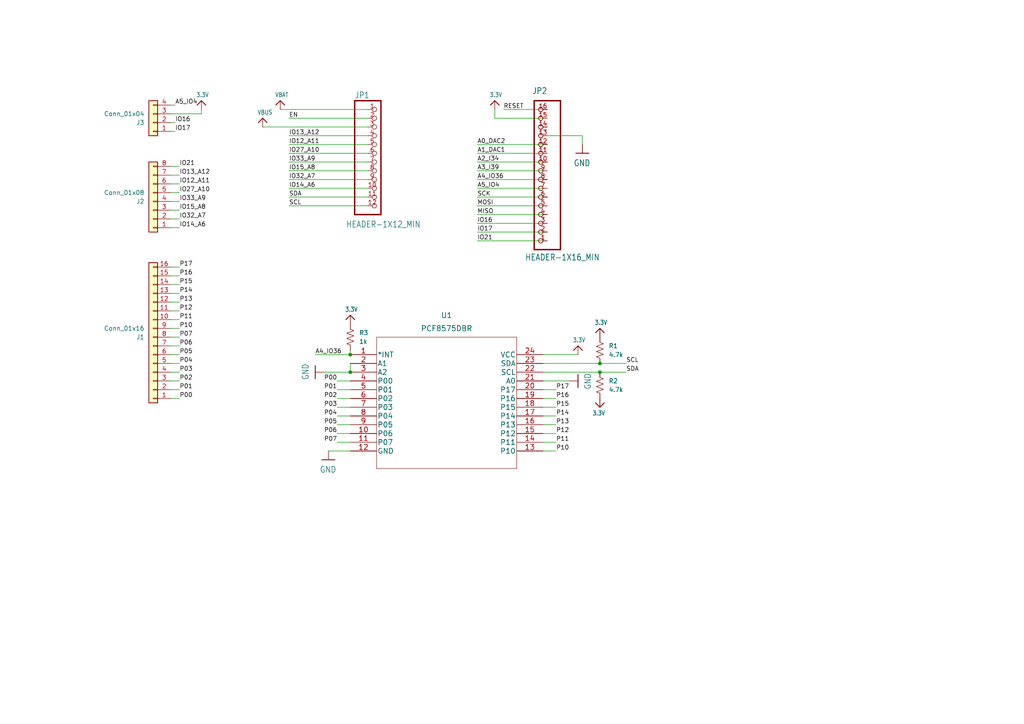
<source format=kicad_sch>
(kicad_sch (version 20211123) (generator eeschema)

  (uuid e63e39d7-6ac0-4ffd-8aa3-1841a4541b55)

  (paper "A4")

  (lib_symbols
    (symbol "2023-01-22_18-32-28:PCF8575DBR" (pin_names (offset 0.254)) (in_bom yes) (on_board yes)
      (property "Reference" "U" (id 0) (at 27.94 10.16 0)
        (effects (font (size 1.524 1.524)))
      )
      (property "Value" "PCF8575DBR" (id 1) (at 27.94 7.62 0)
        (effects (font (size 1.524 1.524)))
      )
      (property "Footprint" "DB24" (id 2) (at 27.94 6.096 0)
        (effects (font (size 1.524 1.524)) hide)
      )
      (property "Datasheet" "" (id 3) (at 0 0 0)
        (effects (font (size 1.524 1.524)))
      )
      (property "ki_locked" "" (id 4) (at 0 0 0)
        (effects (font (size 1.27 1.27)))
      )
      (property "ki_fp_filters" "DB24 DB24-M DB24-L" (id 5) (at 0 0 0)
        (effects (font (size 1.27 1.27)) hide)
      )
      (symbol "PCF8575DBR_1_1"
        (polyline
          (pts
            (xy 7.62 -33.02)
            (xy 48.26 -33.02)
          )
          (stroke (width 0.127) (type default) (color 0 0 0 0))
          (fill (type none))
        )
        (polyline
          (pts
            (xy 7.62 5.08)
            (xy 7.62 -33.02)
          )
          (stroke (width 0.127) (type default) (color 0 0 0 0))
          (fill (type none))
        )
        (polyline
          (pts
            (xy 48.26 -33.02)
            (xy 48.26 5.08)
          )
          (stroke (width 0.127) (type default) (color 0 0 0 0))
          (fill (type none))
        )
        (polyline
          (pts
            (xy 48.26 5.08)
            (xy 7.62 5.08)
          )
          (stroke (width 0.127) (type default) (color 0 0 0 0))
          (fill (type none))
        )
        (pin output line (at 0 0 0) (length 7.62)
          (name "*INT" (effects (font (size 1.4986 1.4986))))
          (number "1" (effects (font (size 1.4986 1.4986))))
        )
        (pin bidirectional line (at 0 -22.86 0) (length 7.62)
          (name "P06" (effects (font (size 1.4986 1.4986))))
          (number "10" (effects (font (size 1.4986 1.4986))))
        )
        (pin bidirectional line (at 0 -25.4 0) (length 7.62)
          (name "P07" (effects (font (size 1.4986 1.4986))))
          (number "11" (effects (font (size 1.4986 1.4986))))
        )
        (pin power_in line (at 0 -27.94 0) (length 7.62)
          (name "GND" (effects (font (size 1.4986 1.4986))))
          (number "12" (effects (font (size 1.4986 1.4986))))
        )
        (pin bidirectional line (at 55.88 -27.94 180) (length 7.62)
          (name "P10" (effects (font (size 1.4986 1.4986))))
          (number "13" (effects (font (size 1.4986 1.4986))))
        )
        (pin bidirectional line (at 55.88 -25.4 180) (length 7.62)
          (name "P11" (effects (font (size 1.4986 1.4986))))
          (number "14" (effects (font (size 1.4986 1.4986))))
        )
        (pin bidirectional line (at 55.88 -22.86 180) (length 7.62)
          (name "P12" (effects (font (size 1.4986 1.4986))))
          (number "15" (effects (font (size 1.4986 1.4986))))
        )
        (pin bidirectional line (at 55.88 -20.32 180) (length 7.62)
          (name "P13" (effects (font (size 1.4986 1.4986))))
          (number "16" (effects (font (size 1.4986 1.4986))))
        )
        (pin bidirectional line (at 55.88 -17.78 180) (length 7.62)
          (name "P14" (effects (font (size 1.4986 1.4986))))
          (number "17" (effects (font (size 1.4986 1.4986))))
        )
        (pin bidirectional line (at 55.88 -15.24 180) (length 7.62)
          (name "P15" (effects (font (size 1.4986 1.4986))))
          (number "18" (effects (font (size 1.4986 1.4986))))
        )
        (pin bidirectional line (at 55.88 -12.7 180) (length 7.62)
          (name "P16" (effects (font (size 1.4986 1.4986))))
          (number "19" (effects (font (size 1.4986 1.4986))))
        )
        (pin input line (at 0 -2.54 0) (length 7.62)
          (name "A1" (effects (font (size 1.4986 1.4986))))
          (number "2" (effects (font (size 1.4986 1.4986))))
        )
        (pin bidirectional line (at 55.88 -10.16 180) (length 7.62)
          (name "P17" (effects (font (size 1.4986 1.4986))))
          (number "20" (effects (font (size 1.4986 1.4986))))
        )
        (pin input line (at 55.88 -7.62 180) (length 7.62)
          (name "A0" (effects (font (size 1.4986 1.4986))))
          (number "21" (effects (font (size 1.4986 1.4986))))
        )
        (pin unspecified line (at 55.88 -5.08 180) (length 7.62)
          (name "SCL" (effects (font (size 1.4986 1.4986))))
          (number "22" (effects (font (size 1.4986 1.4986))))
        )
        (pin unspecified line (at 55.88 -2.54 180) (length 7.62)
          (name "SDA" (effects (font (size 1.4986 1.4986))))
          (number "23" (effects (font (size 1.4986 1.4986))))
        )
        (pin power_in line (at 55.88 0 180) (length 7.62)
          (name "VCC" (effects (font (size 1.4986 1.4986))))
          (number "24" (effects (font (size 1.4986 1.4986))))
        )
        (pin input line (at 0 -5.08 0) (length 7.62)
          (name "A2" (effects (font (size 1.4986 1.4986))))
          (number "3" (effects (font (size 1.4986 1.4986))))
        )
        (pin bidirectional line (at 0 -7.62 0) (length 7.62)
          (name "P00" (effects (font (size 1.4986 1.4986))))
          (number "4" (effects (font (size 1.4986 1.4986))))
        )
        (pin bidirectional line (at 0 -10.16 0) (length 7.62)
          (name "P01" (effects (font (size 1.4986 1.4986))))
          (number "5" (effects (font (size 1.4986 1.4986))))
        )
        (pin bidirectional line (at 0 -12.7 0) (length 7.62)
          (name "P02" (effects (font (size 1.4986 1.4986))))
          (number "6" (effects (font (size 1.4986 1.4986))))
        )
        (pin bidirectional line (at 0 -15.24 0) (length 7.62)
          (name "P03" (effects (font (size 1.4986 1.4986))))
          (number "7" (effects (font (size 1.4986 1.4986))))
        )
        (pin bidirectional line (at 0 -17.78 0) (length 7.62)
          (name "P04" (effects (font (size 1.4986 1.4986))))
          (number "8" (effects (font (size 1.4986 1.4986))))
        )
        (pin bidirectional line (at 0 -20.32 0) (length 7.62)
          (name "P05" (effects (font (size 1.4986 1.4986))))
          (number "9" (effects (font (size 1.4986 1.4986))))
        )
      )
    )
    (symbol "Adafruit HUZZAH32 ESP32 Feather-eagle-import:3.3V" (power) (in_bom yes) (on_board yes)
      (property "Reference" "" (id 0) (at 0 0 0)
        (effects (font (size 1.27 1.27)) hide)
      )
      (property "Value" "3.3V" (id 1) (at -1.524 1.016 0)
        (effects (font (size 1.27 1.0795)) (justify left bottom))
      )
      (property "Footprint" "Adafruit HUZZAH32 ESP32 Feather:" (id 2) (at 0 0 0)
        (effects (font (size 1.27 1.27)) hide)
      )
      (property "Datasheet" "" (id 3) (at 0 0 0)
        (effects (font (size 1.27 1.27)) hide)
      )
      (property "ki_locked" "" (id 4) (at 0 0 0)
        (effects (font (size 1.27 1.27)))
      )
      (symbol "3.3V_1_0"
        (polyline
          (pts
            (xy -1.27 -1.27)
            (xy 0 0)
          )
          (stroke (width 0.254) (type default) (color 0 0 0 0))
          (fill (type none))
        )
        (polyline
          (pts
            (xy 0 0)
            (xy 1.27 -1.27)
          )
          (stroke (width 0.254) (type default) (color 0 0 0 0))
          (fill (type none))
        )
        (pin power_in line (at 0 -2.54 90) (length 2.54)
          (name "3.3V" (effects (font (size 0 0))))
          (number "1" (effects (font (size 0 0))))
        )
      )
    )
    (symbol "Adafruit HUZZAH32 ESP32 Feather-eagle-import:GND" (power) (in_bom yes) (on_board yes)
      (property "Reference" "#GND" (id 0) (at 0 0 0)
        (effects (font (size 1.27 1.27)) hide)
      )
      (property "Value" "GND" (id 1) (at -2.54 -2.54 0)
        (effects (font (size 1.778 1.5113)) (justify left bottom))
      )
      (property "Footprint" "Adafruit HUZZAH32 ESP32 Feather:" (id 2) (at 0 0 0)
        (effects (font (size 1.27 1.27)) hide)
      )
      (property "Datasheet" "" (id 3) (at 0 0 0)
        (effects (font (size 1.27 1.27)) hide)
      )
      (property "ki_locked" "" (id 4) (at 0 0 0)
        (effects (font (size 1.27 1.27)))
      )
      (symbol "GND_1_0"
        (polyline
          (pts
            (xy -1.905 0)
            (xy 1.905 0)
          )
          (stroke (width 0.254) (type default) (color 0 0 0 0))
          (fill (type none))
        )
        (pin power_in line (at 0 2.54 270) (length 2.54)
          (name "GND" (effects (font (size 0 0))))
          (number "1" (effects (font (size 0 0))))
        )
      )
    )
    (symbol "Adafruit HUZZAH32 ESP32 Feather-eagle-import:HEADER-1X12_MIN" (in_bom yes) (on_board yes)
      (property "Reference" "JP" (id 0) (at -6.35 18.415 0)
        (effects (font (size 1.778 1.5113)) (justify left bottom))
      )
      (property "Value" "HEADER-1X12_MIN" (id 1) (at -6.35 -17.78 0)
        (effects (font (size 1.778 1.5113)) (justify left bottom))
      )
      (property "Footprint" "Adafruit HUZZAH32 ESP32 Feather:1X12_ROUND_MIN" (id 2) (at 0 0 0)
        (effects (font (size 1.27 1.27)) hide)
      )
      (property "Datasheet" "" (id 3) (at 0 0 0)
        (effects (font (size 1.27 1.27)) hide)
      )
      (property "ki_locked" "" (id 4) (at 0 0 0)
        (effects (font (size 1.27 1.27)))
      )
      (symbol "HEADER-1X12_MIN_1_0"
        (polyline
          (pts
            (xy -6.35 -15.24)
            (xy 1.27 -15.24)
          )
          (stroke (width 0.4064) (type default) (color 0 0 0 0))
          (fill (type none))
        )
        (polyline
          (pts
            (xy -6.35 17.78)
            (xy -6.35 -15.24)
          )
          (stroke (width 0.4064) (type default) (color 0 0 0 0))
          (fill (type none))
        )
        (polyline
          (pts
            (xy 1.27 -15.24)
            (xy 1.27 17.78)
          )
          (stroke (width 0.4064) (type default) (color 0 0 0 0))
          (fill (type none))
        )
        (polyline
          (pts
            (xy 1.27 17.78)
            (xy -6.35 17.78)
          )
          (stroke (width 0.4064) (type default) (color 0 0 0 0))
          (fill (type none))
        )
        (pin passive inverted (at -2.54 15.24 0) (length 2.54)
          (name "1" (effects (font (size 0 0))))
          (number "1" (effects (font (size 1.27 1.27))))
        )
        (pin passive inverted (at -2.54 -7.62 0) (length 2.54)
          (name "10" (effects (font (size 0 0))))
          (number "10" (effects (font (size 1.27 1.27))))
        )
        (pin passive inverted (at -2.54 -10.16 0) (length 2.54)
          (name "11" (effects (font (size 0 0))))
          (number "11" (effects (font (size 1.27 1.27))))
        )
        (pin passive inverted (at -2.54 -12.7 0) (length 2.54)
          (name "12" (effects (font (size 0 0))))
          (number "12" (effects (font (size 1.27 1.27))))
        )
        (pin passive inverted (at -2.54 12.7 0) (length 2.54)
          (name "2" (effects (font (size 0 0))))
          (number "2" (effects (font (size 1.27 1.27))))
        )
        (pin passive inverted (at -2.54 10.16 0) (length 2.54)
          (name "3" (effects (font (size 0 0))))
          (number "3" (effects (font (size 1.27 1.27))))
        )
        (pin passive inverted (at -2.54 7.62 0) (length 2.54)
          (name "4" (effects (font (size 0 0))))
          (number "4" (effects (font (size 1.27 1.27))))
        )
        (pin passive inverted (at -2.54 5.08 0) (length 2.54)
          (name "5" (effects (font (size 0 0))))
          (number "5" (effects (font (size 1.27 1.27))))
        )
        (pin passive inverted (at -2.54 2.54 0) (length 2.54)
          (name "6" (effects (font (size 0 0))))
          (number "6" (effects (font (size 1.27 1.27))))
        )
        (pin passive inverted (at -2.54 0 0) (length 2.54)
          (name "7" (effects (font (size 0 0))))
          (number "7" (effects (font (size 1.27 1.27))))
        )
        (pin passive inverted (at -2.54 -2.54 0) (length 2.54)
          (name "8" (effects (font (size 0 0))))
          (number "8" (effects (font (size 1.27 1.27))))
        )
        (pin passive inverted (at -2.54 -5.08 0) (length 2.54)
          (name "9" (effects (font (size 0 0))))
          (number "9" (effects (font (size 1.27 1.27))))
        )
      )
    )
    (symbol "Adafruit HUZZAH32 ESP32 Feather-eagle-import:HEADER-1X16_MIN" (in_bom yes) (on_board yes)
      (property "Reference" "JP" (id 0) (at -6.35 20.955 0)
        (effects (font (size 1.778 1.5113)) (justify left bottom))
      )
      (property "Value" "HEADER-1X16_MIN" (id 1) (at -6.35 -25.4 0)
        (effects (font (size 1.778 1.5113)) (justify left bottom))
      )
      (property "Footprint" "Adafruit HUZZAH32 ESP32 Feather:1X16_ROUND_MIN" (id 2) (at 0 0 0)
        (effects (font (size 1.27 1.27)) hide)
      )
      (property "Datasheet" "" (id 3) (at 0 0 0)
        (effects (font (size 1.27 1.27)) hide)
      )
      (property "ki_locked" "" (id 4) (at 0 0 0)
        (effects (font (size 1.27 1.27)))
      )
      (symbol "HEADER-1X16_MIN_1_0"
        (polyline
          (pts
            (xy -6.35 -22.86)
            (xy 1.27 -22.86)
          )
          (stroke (width 0.4064) (type default) (color 0 0 0 0))
          (fill (type none))
        )
        (polyline
          (pts
            (xy -6.35 20.32)
            (xy -6.35 -22.86)
          )
          (stroke (width 0.4064) (type default) (color 0 0 0 0))
          (fill (type none))
        )
        (polyline
          (pts
            (xy 1.27 -22.86)
            (xy 1.27 20.32)
          )
          (stroke (width 0.4064) (type default) (color 0 0 0 0))
          (fill (type none))
        )
        (polyline
          (pts
            (xy 1.27 20.32)
            (xy -6.35 20.32)
          )
          (stroke (width 0.4064) (type default) (color 0 0 0 0))
          (fill (type none))
        )
        (pin passive inverted (at -2.54 17.78 0) (length 2.54)
          (name "1" (effects (font (size 0 0))))
          (number "1" (effects (font (size 1.27 1.27))))
        )
        (pin passive inverted (at -2.54 -5.08 0) (length 2.54)
          (name "10" (effects (font (size 0 0))))
          (number "10" (effects (font (size 1.27 1.27))))
        )
        (pin passive inverted (at -2.54 -7.62 0) (length 2.54)
          (name "11" (effects (font (size 0 0))))
          (number "11" (effects (font (size 1.27 1.27))))
        )
        (pin passive inverted (at -2.54 -10.16 0) (length 2.54)
          (name "12" (effects (font (size 0 0))))
          (number "12" (effects (font (size 1.27 1.27))))
        )
        (pin passive inverted (at -2.54 -12.7 0) (length 2.54)
          (name "13" (effects (font (size 0 0))))
          (number "13" (effects (font (size 1.27 1.27))))
        )
        (pin passive inverted (at -2.54 -15.24 0) (length 2.54)
          (name "14" (effects (font (size 0 0))))
          (number "14" (effects (font (size 1.27 1.27))))
        )
        (pin passive inverted (at -2.54 -17.78 0) (length 2.54)
          (name "15" (effects (font (size 0 0))))
          (number "15" (effects (font (size 1.27 1.27))))
        )
        (pin passive inverted (at -2.54 -20.32 0) (length 2.54)
          (name "16" (effects (font (size 0 0))))
          (number "16" (effects (font (size 1.27 1.27))))
        )
        (pin passive inverted (at -2.54 15.24 0) (length 2.54)
          (name "2" (effects (font (size 0 0))))
          (number "2" (effects (font (size 1.27 1.27))))
        )
        (pin passive inverted (at -2.54 12.7 0) (length 2.54)
          (name "3" (effects (font (size 0 0))))
          (number "3" (effects (font (size 1.27 1.27))))
        )
        (pin passive inverted (at -2.54 10.16 0) (length 2.54)
          (name "4" (effects (font (size 0 0))))
          (number "4" (effects (font (size 1.27 1.27))))
        )
        (pin passive inverted (at -2.54 7.62 0) (length 2.54)
          (name "5" (effects (font (size 0 0))))
          (number "5" (effects (font (size 1.27 1.27))))
        )
        (pin passive inverted (at -2.54 5.08 0) (length 2.54)
          (name "6" (effects (font (size 0 0))))
          (number "6" (effects (font (size 1.27 1.27))))
        )
        (pin passive inverted (at -2.54 2.54 0) (length 2.54)
          (name "7" (effects (font (size 0 0))))
          (number "7" (effects (font (size 1.27 1.27))))
        )
        (pin passive inverted (at -2.54 0 0) (length 2.54)
          (name "8" (effects (font (size 0 0))))
          (number "8" (effects (font (size 1.27 1.27))))
        )
        (pin passive inverted (at -2.54 -2.54 0) (length 2.54)
          (name "9" (effects (font (size 0 0))))
          (number "9" (effects (font (size 1.27 1.27))))
        )
      )
    )
    (symbol "Adafruit HUZZAH32 ESP32 Feather-eagle-import:VBAT" (power) (in_bom yes) (on_board yes)
      (property "Reference" "" (id 0) (at 0 0 0)
        (effects (font (size 1.27 1.27)) hide)
      )
      (property "Value" "VBAT" (id 1) (at -1.524 1.016 0)
        (effects (font (size 1.27 1.0795)) (justify left bottom))
      )
      (property "Footprint" "Adafruit HUZZAH32 ESP32 Feather:" (id 2) (at 0 0 0)
        (effects (font (size 1.27 1.27)) hide)
      )
      (property "Datasheet" "" (id 3) (at 0 0 0)
        (effects (font (size 1.27 1.27)) hide)
      )
      (property "ki_locked" "" (id 4) (at 0 0 0)
        (effects (font (size 1.27 1.27)))
      )
      (symbol "VBAT_1_0"
        (polyline
          (pts
            (xy -1.27 -1.27)
            (xy 0 0)
          )
          (stroke (width 0.254) (type default) (color 0 0 0 0))
          (fill (type none))
        )
        (polyline
          (pts
            (xy 0 0)
            (xy 1.27 -1.27)
          )
          (stroke (width 0.254) (type default) (color 0 0 0 0))
          (fill (type none))
        )
        (pin power_in line (at 0 -2.54 90) (length 2.54)
          (name "VBAT" (effects (font (size 0 0))))
          (number "1" (effects (font (size 0 0))))
        )
      )
    )
    (symbol "Adafruit HUZZAH32 ESP32 Feather-eagle-import:VBUS" (power) (in_bom yes) (on_board yes)
      (property "Reference" "" (id 0) (at 0 0 0)
        (effects (font (size 1.27 1.27)) hide)
      )
      (property "Value" "VBUS" (id 1) (at -1.524 1.016 0)
        (effects (font (size 1.27 1.0795)) (justify left bottom))
      )
      (property "Footprint" "Adafruit HUZZAH32 ESP32 Feather:" (id 2) (at 0 0 0)
        (effects (font (size 1.27 1.27)) hide)
      )
      (property "Datasheet" "" (id 3) (at 0 0 0)
        (effects (font (size 1.27 1.27)) hide)
      )
      (property "ki_locked" "" (id 4) (at 0 0 0)
        (effects (font (size 1.27 1.27)))
      )
      (symbol "VBUS_1_0"
        (polyline
          (pts
            (xy -1.27 -1.27)
            (xy 0 0)
          )
          (stroke (width 0.254) (type default) (color 0 0 0 0))
          (fill (type none))
        )
        (polyline
          (pts
            (xy 0 0)
            (xy 1.27 -1.27)
          )
          (stroke (width 0.254) (type default) (color 0 0 0 0))
          (fill (type none))
        )
        (pin power_in line (at 0 -2.54 90) (length 2.54)
          (name "VBUS" (effects (font (size 0 0))))
          (number "1" (effects (font (size 0 0))))
        )
      )
    )
    (symbol "Connector_Generic:Conn_01x04" (pin_names (offset 1.016) hide) (in_bom yes) (on_board yes)
      (property "Reference" "J" (id 0) (at 0 5.08 0)
        (effects (font (size 1.27 1.27)))
      )
      (property "Value" "Conn_01x04" (id 1) (at 0 -7.62 0)
        (effects (font (size 1.27 1.27)))
      )
      (property "Footprint" "" (id 2) (at 0 0 0)
        (effects (font (size 1.27 1.27)) hide)
      )
      (property "Datasheet" "~" (id 3) (at 0 0 0)
        (effects (font (size 1.27 1.27)) hide)
      )
      (property "ki_keywords" "connector" (id 4) (at 0 0 0)
        (effects (font (size 1.27 1.27)) hide)
      )
      (property "ki_description" "Generic connector, single row, 01x04, script generated (kicad-library-utils/schlib/autogen/connector/)" (id 5) (at 0 0 0)
        (effects (font (size 1.27 1.27)) hide)
      )
      (property "ki_fp_filters" "Connector*:*_1x??_*" (id 6) (at 0 0 0)
        (effects (font (size 1.27 1.27)) hide)
      )
      (symbol "Conn_01x04_1_1"
        (rectangle (start -1.27 -4.953) (end 0 -5.207)
          (stroke (width 0.1524) (type default) (color 0 0 0 0))
          (fill (type none))
        )
        (rectangle (start -1.27 -2.413) (end 0 -2.667)
          (stroke (width 0.1524) (type default) (color 0 0 0 0))
          (fill (type none))
        )
        (rectangle (start -1.27 0.127) (end 0 -0.127)
          (stroke (width 0.1524) (type default) (color 0 0 0 0))
          (fill (type none))
        )
        (rectangle (start -1.27 2.667) (end 0 2.413)
          (stroke (width 0.1524) (type default) (color 0 0 0 0))
          (fill (type none))
        )
        (rectangle (start -1.27 3.81) (end 1.27 -6.35)
          (stroke (width 0.254) (type default) (color 0 0 0 0))
          (fill (type background))
        )
        (pin passive line (at -5.08 2.54 0) (length 3.81)
          (name "Pin_1" (effects (font (size 1.27 1.27))))
          (number "1" (effects (font (size 1.27 1.27))))
        )
        (pin passive line (at -5.08 0 0) (length 3.81)
          (name "Pin_2" (effects (font (size 1.27 1.27))))
          (number "2" (effects (font (size 1.27 1.27))))
        )
        (pin passive line (at -5.08 -2.54 0) (length 3.81)
          (name "Pin_3" (effects (font (size 1.27 1.27))))
          (number "3" (effects (font (size 1.27 1.27))))
        )
        (pin passive line (at -5.08 -5.08 0) (length 3.81)
          (name "Pin_4" (effects (font (size 1.27 1.27))))
          (number "4" (effects (font (size 1.27 1.27))))
        )
      )
    )
    (symbol "Connector_Generic:Conn_01x08" (pin_names (offset 1.016) hide) (in_bom yes) (on_board yes)
      (property "Reference" "J" (id 0) (at 0 10.16 0)
        (effects (font (size 1.27 1.27)))
      )
      (property "Value" "Conn_01x08" (id 1) (at 0 -12.7 0)
        (effects (font (size 1.27 1.27)))
      )
      (property "Footprint" "" (id 2) (at 0 0 0)
        (effects (font (size 1.27 1.27)) hide)
      )
      (property "Datasheet" "~" (id 3) (at 0 0 0)
        (effects (font (size 1.27 1.27)) hide)
      )
      (property "ki_keywords" "connector" (id 4) (at 0 0 0)
        (effects (font (size 1.27 1.27)) hide)
      )
      (property "ki_description" "Generic connector, single row, 01x08, script generated (kicad-library-utils/schlib/autogen/connector/)" (id 5) (at 0 0 0)
        (effects (font (size 1.27 1.27)) hide)
      )
      (property "ki_fp_filters" "Connector*:*_1x??_*" (id 6) (at 0 0 0)
        (effects (font (size 1.27 1.27)) hide)
      )
      (symbol "Conn_01x08_1_1"
        (rectangle (start -1.27 -10.033) (end 0 -10.287)
          (stroke (width 0.1524) (type default) (color 0 0 0 0))
          (fill (type none))
        )
        (rectangle (start -1.27 -7.493) (end 0 -7.747)
          (stroke (width 0.1524) (type default) (color 0 0 0 0))
          (fill (type none))
        )
        (rectangle (start -1.27 -4.953) (end 0 -5.207)
          (stroke (width 0.1524) (type default) (color 0 0 0 0))
          (fill (type none))
        )
        (rectangle (start -1.27 -2.413) (end 0 -2.667)
          (stroke (width 0.1524) (type default) (color 0 0 0 0))
          (fill (type none))
        )
        (rectangle (start -1.27 0.127) (end 0 -0.127)
          (stroke (width 0.1524) (type default) (color 0 0 0 0))
          (fill (type none))
        )
        (rectangle (start -1.27 2.667) (end 0 2.413)
          (stroke (width 0.1524) (type default) (color 0 0 0 0))
          (fill (type none))
        )
        (rectangle (start -1.27 5.207) (end 0 4.953)
          (stroke (width 0.1524) (type default) (color 0 0 0 0))
          (fill (type none))
        )
        (rectangle (start -1.27 7.747) (end 0 7.493)
          (stroke (width 0.1524) (type default) (color 0 0 0 0))
          (fill (type none))
        )
        (rectangle (start -1.27 8.89) (end 1.27 -11.43)
          (stroke (width 0.254) (type default) (color 0 0 0 0))
          (fill (type background))
        )
        (pin passive line (at -5.08 7.62 0) (length 3.81)
          (name "Pin_1" (effects (font (size 1.27 1.27))))
          (number "1" (effects (font (size 1.27 1.27))))
        )
        (pin passive line (at -5.08 5.08 0) (length 3.81)
          (name "Pin_2" (effects (font (size 1.27 1.27))))
          (number "2" (effects (font (size 1.27 1.27))))
        )
        (pin passive line (at -5.08 2.54 0) (length 3.81)
          (name "Pin_3" (effects (font (size 1.27 1.27))))
          (number "3" (effects (font (size 1.27 1.27))))
        )
        (pin passive line (at -5.08 0 0) (length 3.81)
          (name "Pin_4" (effects (font (size 1.27 1.27))))
          (number "4" (effects (font (size 1.27 1.27))))
        )
        (pin passive line (at -5.08 -2.54 0) (length 3.81)
          (name "Pin_5" (effects (font (size 1.27 1.27))))
          (number "5" (effects (font (size 1.27 1.27))))
        )
        (pin passive line (at -5.08 -5.08 0) (length 3.81)
          (name "Pin_6" (effects (font (size 1.27 1.27))))
          (number "6" (effects (font (size 1.27 1.27))))
        )
        (pin passive line (at -5.08 -7.62 0) (length 3.81)
          (name "Pin_7" (effects (font (size 1.27 1.27))))
          (number "7" (effects (font (size 1.27 1.27))))
        )
        (pin passive line (at -5.08 -10.16 0) (length 3.81)
          (name "Pin_8" (effects (font (size 1.27 1.27))))
          (number "8" (effects (font (size 1.27 1.27))))
        )
      )
    )
    (symbol "Connector_Generic:Conn_01x16" (pin_names (offset 1.016) hide) (in_bom yes) (on_board yes)
      (property "Reference" "J" (id 0) (at 0 20.32 0)
        (effects (font (size 1.27 1.27)))
      )
      (property "Value" "Conn_01x16" (id 1) (at 0 -22.86 0)
        (effects (font (size 1.27 1.27)))
      )
      (property "Footprint" "" (id 2) (at 0 0 0)
        (effects (font (size 1.27 1.27)) hide)
      )
      (property "Datasheet" "~" (id 3) (at 0 0 0)
        (effects (font (size 1.27 1.27)) hide)
      )
      (property "ki_keywords" "connector" (id 4) (at 0 0 0)
        (effects (font (size 1.27 1.27)) hide)
      )
      (property "ki_description" "Generic connector, single row, 01x16, script generated (kicad-library-utils/schlib/autogen/connector/)" (id 5) (at 0 0 0)
        (effects (font (size 1.27 1.27)) hide)
      )
      (property "ki_fp_filters" "Connector*:*_1x??_*" (id 6) (at 0 0 0)
        (effects (font (size 1.27 1.27)) hide)
      )
      (symbol "Conn_01x16_1_1"
        (rectangle (start -1.27 -20.193) (end 0 -20.447)
          (stroke (width 0.1524) (type default) (color 0 0 0 0))
          (fill (type none))
        )
        (rectangle (start -1.27 -17.653) (end 0 -17.907)
          (stroke (width 0.1524) (type default) (color 0 0 0 0))
          (fill (type none))
        )
        (rectangle (start -1.27 -15.113) (end 0 -15.367)
          (stroke (width 0.1524) (type default) (color 0 0 0 0))
          (fill (type none))
        )
        (rectangle (start -1.27 -12.573) (end 0 -12.827)
          (stroke (width 0.1524) (type default) (color 0 0 0 0))
          (fill (type none))
        )
        (rectangle (start -1.27 -10.033) (end 0 -10.287)
          (stroke (width 0.1524) (type default) (color 0 0 0 0))
          (fill (type none))
        )
        (rectangle (start -1.27 -7.493) (end 0 -7.747)
          (stroke (width 0.1524) (type default) (color 0 0 0 0))
          (fill (type none))
        )
        (rectangle (start -1.27 -4.953) (end 0 -5.207)
          (stroke (width 0.1524) (type default) (color 0 0 0 0))
          (fill (type none))
        )
        (rectangle (start -1.27 -2.413) (end 0 -2.667)
          (stroke (width 0.1524) (type default) (color 0 0 0 0))
          (fill (type none))
        )
        (rectangle (start -1.27 0.127) (end 0 -0.127)
          (stroke (width 0.1524) (type default) (color 0 0 0 0))
          (fill (type none))
        )
        (rectangle (start -1.27 2.667) (end 0 2.413)
          (stroke (width 0.1524) (type default) (color 0 0 0 0))
          (fill (type none))
        )
        (rectangle (start -1.27 5.207) (end 0 4.953)
          (stroke (width 0.1524) (type default) (color 0 0 0 0))
          (fill (type none))
        )
        (rectangle (start -1.27 7.747) (end 0 7.493)
          (stroke (width 0.1524) (type default) (color 0 0 0 0))
          (fill (type none))
        )
        (rectangle (start -1.27 10.287) (end 0 10.033)
          (stroke (width 0.1524) (type default) (color 0 0 0 0))
          (fill (type none))
        )
        (rectangle (start -1.27 12.827) (end 0 12.573)
          (stroke (width 0.1524) (type default) (color 0 0 0 0))
          (fill (type none))
        )
        (rectangle (start -1.27 15.367) (end 0 15.113)
          (stroke (width 0.1524) (type default) (color 0 0 0 0))
          (fill (type none))
        )
        (rectangle (start -1.27 17.907) (end 0 17.653)
          (stroke (width 0.1524) (type default) (color 0 0 0 0))
          (fill (type none))
        )
        (rectangle (start -1.27 19.05) (end 1.27 -21.59)
          (stroke (width 0.254) (type default) (color 0 0 0 0))
          (fill (type background))
        )
        (pin passive line (at -5.08 17.78 0) (length 3.81)
          (name "Pin_1" (effects (font (size 1.27 1.27))))
          (number "1" (effects (font (size 1.27 1.27))))
        )
        (pin passive line (at -5.08 -5.08 0) (length 3.81)
          (name "Pin_10" (effects (font (size 1.27 1.27))))
          (number "10" (effects (font (size 1.27 1.27))))
        )
        (pin passive line (at -5.08 -7.62 0) (length 3.81)
          (name "Pin_11" (effects (font (size 1.27 1.27))))
          (number "11" (effects (font (size 1.27 1.27))))
        )
        (pin passive line (at -5.08 -10.16 0) (length 3.81)
          (name "Pin_12" (effects (font (size 1.27 1.27))))
          (number "12" (effects (font (size 1.27 1.27))))
        )
        (pin passive line (at -5.08 -12.7 0) (length 3.81)
          (name "Pin_13" (effects (font (size 1.27 1.27))))
          (number "13" (effects (font (size 1.27 1.27))))
        )
        (pin passive line (at -5.08 -15.24 0) (length 3.81)
          (name "Pin_14" (effects (font (size 1.27 1.27))))
          (number "14" (effects (font (size 1.27 1.27))))
        )
        (pin passive line (at -5.08 -17.78 0) (length 3.81)
          (name "Pin_15" (effects (font (size 1.27 1.27))))
          (number "15" (effects (font (size 1.27 1.27))))
        )
        (pin passive line (at -5.08 -20.32 0) (length 3.81)
          (name "Pin_16" (effects (font (size 1.27 1.27))))
          (number "16" (effects (font (size 1.27 1.27))))
        )
        (pin passive line (at -5.08 15.24 0) (length 3.81)
          (name "Pin_2" (effects (font (size 1.27 1.27))))
          (number "2" (effects (font (size 1.27 1.27))))
        )
        (pin passive line (at -5.08 12.7 0) (length 3.81)
          (name "Pin_3" (effects (font (size 1.27 1.27))))
          (number "3" (effects (font (size 1.27 1.27))))
        )
        (pin passive line (at -5.08 10.16 0) (length 3.81)
          (name "Pin_4" (effects (font (size 1.27 1.27))))
          (number "4" (effects (font (size 1.27 1.27))))
        )
        (pin passive line (at -5.08 7.62 0) (length 3.81)
          (name "Pin_5" (effects (font (size 1.27 1.27))))
          (number "5" (effects (font (size 1.27 1.27))))
        )
        (pin passive line (at -5.08 5.08 0) (length 3.81)
          (name "Pin_6" (effects (font (size 1.27 1.27))))
          (number "6" (effects (font (size 1.27 1.27))))
        )
        (pin passive line (at -5.08 2.54 0) (length 3.81)
          (name "Pin_7" (effects (font (size 1.27 1.27))))
          (number "7" (effects (font (size 1.27 1.27))))
        )
        (pin passive line (at -5.08 0 0) (length 3.81)
          (name "Pin_8" (effects (font (size 1.27 1.27))))
          (number "8" (effects (font (size 1.27 1.27))))
        )
        (pin passive line (at -5.08 -2.54 0) (length 3.81)
          (name "Pin_9" (effects (font (size 1.27 1.27))))
          (number "9" (effects (font (size 1.27 1.27))))
        )
      )
    )
    (symbol "Device:R_US" (pin_numbers hide) (pin_names (offset 0)) (in_bom yes) (on_board yes)
      (property "Reference" "R" (id 0) (at 2.54 0 90)
        (effects (font (size 1.27 1.27)))
      )
      (property "Value" "R_US" (id 1) (at -2.54 0 90)
        (effects (font (size 1.27 1.27)))
      )
      (property "Footprint" "" (id 2) (at 1.016 -0.254 90)
        (effects (font (size 1.27 1.27)) hide)
      )
      (property "Datasheet" "~" (id 3) (at 0 0 0)
        (effects (font (size 1.27 1.27)) hide)
      )
      (property "ki_keywords" "R res resistor" (id 4) (at 0 0 0)
        (effects (font (size 1.27 1.27)) hide)
      )
      (property "ki_description" "Resistor, US symbol" (id 5) (at 0 0 0)
        (effects (font (size 1.27 1.27)) hide)
      )
      (property "ki_fp_filters" "R_*" (id 6) (at 0 0 0)
        (effects (font (size 1.27 1.27)) hide)
      )
      (symbol "R_US_0_1"
        (polyline
          (pts
            (xy 0 -2.286)
            (xy 0 -2.54)
          )
          (stroke (width 0) (type default) (color 0 0 0 0))
          (fill (type none))
        )
        (polyline
          (pts
            (xy 0 2.286)
            (xy 0 2.54)
          )
          (stroke (width 0) (type default) (color 0 0 0 0))
          (fill (type none))
        )
        (polyline
          (pts
            (xy 0 -0.762)
            (xy 1.016 -1.143)
            (xy 0 -1.524)
            (xy -1.016 -1.905)
            (xy 0 -2.286)
          )
          (stroke (width 0) (type default) (color 0 0 0 0))
          (fill (type none))
        )
        (polyline
          (pts
            (xy 0 0.762)
            (xy 1.016 0.381)
            (xy 0 0)
            (xy -1.016 -0.381)
            (xy 0 -0.762)
          )
          (stroke (width 0) (type default) (color 0 0 0 0))
          (fill (type none))
        )
        (polyline
          (pts
            (xy 0 2.286)
            (xy 1.016 1.905)
            (xy 0 1.524)
            (xy -1.016 1.143)
            (xy 0 0.762)
          )
          (stroke (width 0) (type default) (color 0 0 0 0))
          (fill (type none))
        )
      )
      (symbol "R_US_1_1"
        (pin passive line (at 0 3.81 270) (length 1.27)
          (name "~" (effects (font (size 1.27 1.27))))
          (number "1" (effects (font (size 1.27 1.27))))
        )
        (pin passive line (at 0 -3.81 90) (length 1.27)
          (name "~" (effects (font (size 1.27 1.27))))
          (number "2" (effects (font (size 1.27 1.27))))
        )
      )
    )
  )

  (junction (at 101.6 102.87) (diameter 0) (color 0 0 0 0)
    (uuid 447f4b50-4873-4ad5-b9b0-756f855b2ebc)
  )
  (junction (at 173.99 107.95) (diameter 0) (color 0 0 0 0)
    (uuid 478283c1-bbf3-496b-9fc6-eefd2d88097a)
  )
  (junction (at 101.6 107.95) (diameter 0) (color 0 0 0 0)
    (uuid ba927721-4581-4a3e-bb65-8b67dbde4078)
  )
  (junction (at 173.99 105.41) (diameter 0) (color 0 0 0 0)
    (uuid d15743d1-bf85-48df-a999-25862e0214ab)
  )

  (wire (pts (xy 158.75 59.69) (xy 138.43 59.69))
    (stroke (width 0) (type default) (color 0 0 0 0))
    (uuid 012d523c-a329-4076-bf34-36cc061f1787)
  )
  (wire (pts (xy 158.75 54.61) (xy 138.43 54.61))
    (stroke (width 0) (type default) (color 0 0 0 0))
    (uuid 0756a0c1-3f2c-49a7-8f03-f53eca4cce7c)
  )
  (wire (pts (xy 158.75 41.91) (xy 138.43 41.91))
    (stroke (width 0) (type default) (color 0 0 0 0))
    (uuid 0b540927-eb93-4fef-90de-fa83b8859506)
  )
  (wire (pts (xy 49.53 30.48) (xy 50.8 30.48))
    (stroke (width 0) (type default) (color 0 0 0 0))
    (uuid 0e312ca2-b188-42a1-ae0e-c154409296ab)
  )
  (wire (pts (xy 52.07 87.63) (xy 49.53 87.63))
    (stroke (width 0) (type default) (color 0 0 0 0))
    (uuid 0e5bd36d-5f37-45f1-b63f-5bba2067d0d9)
  )
  (wire (pts (xy 97.79 125.73) (xy 101.6 125.73))
    (stroke (width 0) (type default) (color 0 0 0 0))
    (uuid 0e7716b8-0829-48fb-a198-a4ae321ad4a7)
  )
  (wire (pts (xy 161.29 125.73) (xy 157.48 125.73))
    (stroke (width 0) (type default) (color 0 0 0 0))
    (uuid 15b3a8ba-aa7c-4d27-911c-fe04b220fb37)
  )
  (wire (pts (xy 52.07 48.26) (xy 49.53 48.26))
    (stroke (width 0) (type default) (color 0 0 0 0))
    (uuid 1acb3c1b-e5e9-497b-a14c-d59da88ca5ba)
  )
  (wire (pts (xy 52.07 97.79) (xy 49.53 97.79))
    (stroke (width 0) (type default) (color 0 0 0 0))
    (uuid 1eefc31d-1c02-409e-85f2-b1307f5ca652)
  )
  (wire (pts (xy 52.07 80.01) (xy 49.53 80.01))
    (stroke (width 0) (type default) (color 0 0 0 0))
    (uuid 1f5bf88b-6cfa-48a4-87d4-34cf40a7c2c5)
  )
  (wire (pts (xy 161.29 128.27) (xy 157.48 128.27))
    (stroke (width 0) (type default) (color 0 0 0 0))
    (uuid 2050691a-9c49-4888-b13a-1e5fa4f8aba0)
  )
  (wire (pts (xy 158.75 52.07) (xy 138.43 52.07))
    (stroke (width 0) (type default) (color 0 0 0 0))
    (uuid 22352096-9b3a-4a57-8d58-b866e6ada03f)
  )
  (wire (pts (xy 168.91 39.37) (xy 168.91 41.91))
    (stroke (width 0) (type default) (color 0 0 0 0))
    (uuid 285eee95-fe40-4a76-9ead-469d3137b903)
  )
  (wire (pts (xy 157.48 110.49) (xy 165.1 110.49))
    (stroke (width 0) (type default) (color 0 0 0 0))
    (uuid 2b7fba8e-81ef-48d0-854d-b68267b9dc6b)
  )
  (wire (pts (xy 97.79 115.57) (xy 101.6 115.57))
    (stroke (width 0) (type default) (color 0 0 0 0))
    (uuid 300350d9-2be7-4eda-8161-9b449d8dd42f)
  )
  (wire (pts (xy 167.64 102.87) (xy 157.48 102.87))
    (stroke (width 0) (type default) (color 0 0 0 0))
    (uuid 324d60fa-3e59-4b8e-83d8-a67a1a10a635)
  )
  (wire (pts (xy 52.07 107.95) (xy 49.53 107.95))
    (stroke (width 0) (type default) (color 0 0 0 0))
    (uuid 3423ad2f-5aed-48a0-aaa3-e473a28313b9)
  )
  (wire (pts (xy 161.29 113.03) (xy 157.48 113.03))
    (stroke (width 0) (type default) (color 0 0 0 0))
    (uuid 3654b87a-50cc-4f76-b1ab-f3e538eeb7c1)
  )
  (wire (pts (xy 49.53 33.02) (xy 58.42 33.02))
    (stroke (width 0) (type default) (color 0 0 0 0))
    (uuid 3d1df7ef-0072-4d6d-849b-21ceeb4e1ef7)
  )
  (wire (pts (xy 83.82 46.99) (xy 106.68 46.99))
    (stroke (width 0) (type default) (color 0 0 0 0))
    (uuid 3ff6b447-83b5-40bb-9a2b-d85dbc5e6565)
  )
  (wire (pts (xy 52.07 77.47) (xy 49.53 77.47))
    (stroke (width 0) (type default) (color 0 0 0 0))
    (uuid 45a0f9d2-de55-4775-9441-800bf1d5d2ba)
  )
  (wire (pts (xy 157.48 107.95) (xy 173.99 107.95))
    (stroke (width 0) (type default) (color 0 0 0 0))
    (uuid 45efd225-a395-4eef-aeea-e5626e30288d)
  )
  (wire (pts (xy 173.99 107.95) (xy 181.61 107.95))
    (stroke (width 0) (type default) (color 0 0 0 0))
    (uuid 4cc50c80-2bc4-451a-b281-a5c1fce8bce9)
  )
  (wire (pts (xy 101.6 105.41) (xy 101.6 107.95))
    (stroke (width 0) (type default) (color 0 0 0 0))
    (uuid 4cf8832f-c23c-401a-84d4-05ebdd25b233)
  )
  (wire (pts (xy 158.75 57.15) (xy 138.43 57.15))
    (stroke (width 0) (type default) (color 0 0 0 0))
    (uuid 52d8d99c-04eb-4469-ba7a-a6030d1add17)
  )
  (wire (pts (xy 93.98 107.95) (xy 101.6 107.95))
    (stroke (width 0) (type default) (color 0 0 0 0))
    (uuid 53c59454-1fd4-4164-a242-96be809d89f5)
  )
  (wire (pts (xy 50.8 35.56) (xy 49.53 35.56))
    (stroke (width 0) (type default) (color 0 0 0 0))
    (uuid 55889c97-253b-48bc-84c2-8a6f09ca4c83)
  )
  (wire (pts (xy 97.79 113.03) (xy 101.6 113.03))
    (stroke (width 0) (type default) (color 0 0 0 0))
    (uuid 58f24e44-c2e4-49dd-bfc4-da73ca8ecea1)
  )
  (wire (pts (xy 58.42 33.02) (xy 58.42 31.75))
    (stroke (width 0) (type default) (color 0 0 0 0))
    (uuid 5bb3c6cf-80fa-40d7-91ac-6cd9394b1c09)
  )
  (wire (pts (xy 101.6 101.6) (xy 101.6 102.87))
    (stroke (width 0) (type default) (color 0 0 0 0))
    (uuid 5bc7a175-3732-4665-8985-fcfbaaed38b9)
  )
  (wire (pts (xy 52.07 60.96) (xy 49.53 60.96))
    (stroke (width 0) (type default) (color 0 0 0 0))
    (uuid 5ee891a4-1144-445a-a612-3afaa8dd09ba)
  )
  (wire (pts (xy 158.75 39.37) (xy 168.91 39.37))
    (stroke (width 0) (type default) (color 0 0 0 0))
    (uuid 5ef14809-7691-4b06-b47a-66540706dd2e)
  )
  (wire (pts (xy 106.68 54.61) (xy 83.82 54.61))
    (stroke (width 0) (type default) (color 0 0 0 0))
    (uuid 613b7ff5-9fb2-4dbf-8345-3c84a8f3f22e)
  )
  (wire (pts (xy 83.82 49.53) (xy 106.68 49.53))
    (stroke (width 0) (type default) (color 0 0 0 0))
    (uuid 61e57a7b-716c-4039-a272-3d9f58285ef2)
  )
  (wire (pts (xy 161.29 130.81) (xy 157.48 130.81))
    (stroke (width 0) (type default) (color 0 0 0 0))
    (uuid 636f9955-a68b-4a4d-8ff6-a6f7a0907dd3)
  )
  (wire (pts (xy 97.79 128.27) (xy 101.6 128.27))
    (stroke (width 0) (type default) (color 0 0 0 0))
    (uuid 64739819-d74d-4ee9-a7ad-cc037cad7ca5)
  )
  (wire (pts (xy 138.43 67.31) (xy 158.75 67.31))
    (stroke (width 0) (type default) (color 0 0 0 0))
    (uuid 6d99c618-f35c-4468-b583-d83d2dd3761b)
  )
  (wire (pts (xy 83.82 34.29) (xy 106.68 34.29))
    (stroke (width 0) (type default) (color 0 0 0 0))
    (uuid 822111dd-b4bd-47d4-bd77-532ee59b5aa0)
  )
  (wire (pts (xy 95.25 130.81) (xy 101.6 130.81))
    (stroke (width 0) (type default) (color 0 0 0 0))
    (uuid 851f919b-c18a-4078-b0ff-2a9cee1a8b86)
  )
  (wire (pts (xy 52.07 55.88) (xy 49.53 55.88))
    (stroke (width 0) (type default) (color 0 0 0 0))
    (uuid 8733a594-d0ee-4e8c-86e1-d276ad165088)
  )
  (wire (pts (xy 106.68 39.37) (xy 83.82 39.37))
    (stroke (width 0) (type default) (color 0 0 0 0))
    (uuid 89ffc42f-d73a-483c-8139-c1a7fe69d7da)
  )
  (wire (pts (xy 158.75 31.75) (xy 146.05 31.75))
    (stroke (width 0) (type default) (color 0 0 0 0))
    (uuid 8b15fc22-e167-4277-9a9a-e357c93ba0c4)
  )
  (wire (pts (xy 138.43 49.53) (xy 158.75 49.53))
    (stroke (width 0) (type default) (color 0 0 0 0))
    (uuid 8d0f8439-85cf-4157-8b2a-d2ce57fdd874)
  )
  (wire (pts (xy 161.29 120.65) (xy 157.48 120.65))
    (stroke (width 0) (type default) (color 0 0 0 0))
    (uuid 8f9fed1e-424e-4b7c-9cd3-d84bddc295b9)
  )
  (wire (pts (xy 91.44 102.87) (xy 101.6 102.87))
    (stroke (width 0) (type default) (color 0 0 0 0))
    (uuid 90e215dc-e4b1-47cd-8238-d019d33fb6f1)
  )
  (wire (pts (xy 83.82 57.15) (xy 106.68 57.15))
    (stroke (width 0) (type default) (color 0 0 0 0))
    (uuid 99bec620-9ce3-4dc3-b584-1a3ec84c6f22)
  )
  (wire (pts (xy 50.8 38.1) (xy 49.53 38.1))
    (stroke (width 0) (type default) (color 0 0 0 0))
    (uuid 9a2a9b26-c8ba-46a2-96ac-42c5a5aedb5b)
  )
  (wire (pts (xy 52.07 66.04) (xy 49.53 66.04))
    (stroke (width 0) (type default) (color 0 0 0 0))
    (uuid 9acd3149-b33b-4d89-9317-1019093c982a)
  )
  (wire (pts (xy 52.07 105.41) (xy 49.53 105.41))
    (stroke (width 0) (type default) (color 0 0 0 0))
    (uuid a0a98ee7-2175-4fdd-9584-e9b57ac03942)
  )
  (wire (pts (xy 52.07 95.25) (xy 49.53 95.25))
    (stroke (width 0) (type default) (color 0 0 0 0))
    (uuid a5f9b4a8-05be-4322-92fd-9aa9ff5b64e5)
  )
  (wire (pts (xy 52.07 82.55) (xy 49.53 82.55))
    (stroke (width 0) (type default) (color 0 0 0 0))
    (uuid a6dd607a-f01c-4767-b5d1-0518269a6d16)
  )
  (wire (pts (xy 157.48 105.41) (xy 173.99 105.41))
    (stroke (width 0) (type default) (color 0 0 0 0))
    (uuid a7f14eeb-8969-4b17-b298-4132807e55db)
  )
  (wire (pts (xy 52.07 90.17) (xy 49.53 90.17))
    (stroke (width 0) (type default) (color 0 0 0 0))
    (uuid aded53aa-7ae9-436a-bf92-e7b16271cfc2)
  )
  (wire (pts (xy 81.28 31.75) (xy 106.68 31.75))
    (stroke (width 0) (type default) (color 0 0 0 0))
    (uuid b2b4f00c-01c1-4776-9371-cab9b0382b6f)
  )
  (wire (pts (xy 52.07 115.57) (xy 49.53 115.57))
    (stroke (width 0) (type default) (color 0 0 0 0))
    (uuid b403da73-a1c0-48fe-87e2-c0593e5af110)
  )
  (wire (pts (xy 52.07 50.8) (xy 49.53 50.8))
    (stroke (width 0) (type default) (color 0 0 0 0))
    (uuid b8474e1f-63b1-4846-b57e-6a72c8a011cd)
  )
  (wire (pts (xy 52.07 100.33) (xy 49.53 100.33))
    (stroke (width 0) (type default) (color 0 0 0 0))
    (uuid b8a5e5b6-3c22-45e9-98b8-f67930155dbc)
  )
  (wire (pts (xy 52.07 113.03) (xy 49.53 113.03))
    (stroke (width 0) (type default) (color 0 0 0 0))
    (uuid bcadfcfc-50a6-4d86-8a20-61b31ad313df)
  )
  (wire (pts (xy 52.07 92.71) (xy 49.53 92.71))
    (stroke (width 0) (type default) (color 0 0 0 0))
    (uuid c089c239-18e2-4390-b838-9e695a959826)
  )
  (wire (pts (xy 161.29 115.57) (xy 157.48 115.57))
    (stroke (width 0) (type default) (color 0 0 0 0))
    (uuid c31cd43b-6738-479c-8e7e-e6289d125269)
  )
  (wire (pts (xy 52.07 110.49) (xy 49.53 110.49))
    (stroke (width 0) (type default) (color 0 0 0 0))
    (uuid c5480211-00e9-45e2-a4c0-db049a953f9a)
  )
  (wire (pts (xy 52.07 102.87) (xy 49.53 102.87))
    (stroke (width 0) (type default) (color 0 0 0 0))
    (uuid c6ab3563-20e3-48ed-a732-e11dbba0a8f6)
  )
  (wire (pts (xy 138.43 62.23) (xy 158.75 62.23))
    (stroke (width 0) (type default) (color 0 0 0 0))
    (uuid ca75a226-fb64-4fff-8b52-7282654e3f2c)
  )
  (wire (pts (xy 158.75 64.77) (xy 138.43 64.77))
    (stroke (width 0) (type default) (color 0 0 0 0))
    (uuid cd56f2d3-f271-4d99-aa18-4a993f1e9811)
  )
  (wire (pts (xy 97.79 123.19) (xy 101.6 123.19))
    (stroke (width 0) (type default) (color 0 0 0 0))
    (uuid ce9bf338-7a16-46f3-8d3a-b7a187ab7e13)
  )
  (wire (pts (xy 158.75 46.99) (xy 138.43 46.99))
    (stroke (width 0) (type default) (color 0 0 0 0))
    (uuid d0fcc3ae-bef2-4417-ba5d-1c5d48c7a1ca)
  )
  (wire (pts (xy 52.07 85.09) (xy 49.53 85.09))
    (stroke (width 0) (type default) (color 0 0 0 0))
    (uuid d2d69a0a-a97c-4f1c-8cd0-49bc27e3f318)
  )
  (wire (pts (xy 97.79 120.65) (xy 101.6 120.65))
    (stroke (width 0) (type default) (color 0 0 0 0))
    (uuid db64ec91-abcf-4fcc-83bc-d3c4439c203c)
  )
  (wire (pts (xy 52.07 58.42) (xy 49.53 58.42))
    (stroke (width 0) (type default) (color 0 0 0 0))
    (uuid dc11f186-fdbc-48ea-b0d9-184911f71669)
  )
  (wire (pts (xy 97.79 110.49) (xy 101.6 110.49))
    (stroke (width 0) (type default) (color 0 0 0 0))
    (uuid dd4800b5-19ad-4260-8890-937769c9d432)
  )
  (wire (pts (xy 161.29 123.19) (xy 157.48 123.19))
    (stroke (width 0) (type default) (color 0 0 0 0))
    (uuid ddab34c4-faf0-4910-8a1c-9cec2a8f5027)
  )
  (wire (pts (xy 173.99 105.41) (xy 181.61 105.41))
    (stroke (width 0) (type default) (color 0 0 0 0))
    (uuid de919b4c-af2f-41cf-b94a-f298843ecc10)
  )
  (wire (pts (xy 52.07 53.34) (xy 49.53 53.34))
    (stroke (width 0) (type default) (color 0 0 0 0))
    (uuid dfe51b9b-4121-4259-82ac-4c97ba3c817e)
  )
  (wire (pts (xy 143.51 34.29) (xy 158.75 34.29))
    (stroke (width 0) (type default) (color 0 0 0 0))
    (uuid dff54c0a-5d50-45f5-9711-ae40777c595b)
  )
  (wire (pts (xy 97.79 118.11) (xy 101.6 118.11))
    (stroke (width 0) (type default) (color 0 0 0 0))
    (uuid e13abc31-3536-41d4-a7d3-9b49f64abb92)
  )
  (wire (pts (xy 83.82 41.91) (xy 106.68 41.91))
    (stroke (width 0) (type default) (color 0 0 0 0))
    (uuid e15c35ea-3b14-4d7b-9313-6e4f8ada8db0)
  )
  (wire (pts (xy 143.51 31.75) (xy 143.51 34.29))
    (stroke (width 0) (type default) (color 0 0 0 0))
    (uuid e1e008f0-2dfa-47c0-8727-df9390207ba7)
  )
  (wire (pts (xy 52.07 63.5) (xy 49.53 63.5))
    (stroke (width 0) (type default) (color 0 0 0 0))
    (uuid e5fc68b3-f2a4-4d3e-b302-726b95c20124)
  )
  (wire (pts (xy 106.68 36.83) (xy 76.2 36.83))
    (stroke (width 0) (type default) (color 0 0 0 0))
    (uuid ee41cacd-09e5-4f33-9561-fbb5ff0f443a)
  )
  (wire (pts (xy 161.29 118.11) (xy 157.48 118.11))
    (stroke (width 0) (type default) (color 0 0 0 0))
    (uuid f20b9345-11f9-4ee8-be53-c28df4b6abfe)
  )
  (wire (pts (xy 158.75 69.85) (xy 138.43 69.85))
    (stroke (width 0) (type default) (color 0 0 0 0))
    (uuid f60e9d6b-90e8-4303-8fbf-1740eb2782f4)
  )
  (wire (pts (xy 83.82 59.69) (xy 106.68 59.69))
    (stroke (width 0) (type default) (color 0 0 0 0))
    (uuid f63b9842-8ea3-4324-8fa9-05b811cf01a9)
  )
  (wire (pts (xy 158.75 44.45) (xy 138.43 44.45))
    (stroke (width 0) (type default) (color 0 0 0 0))
    (uuid f662cedc-0fd0-448d-af1b-1e5abf8a9097)
  )
  (wire (pts (xy 83.82 52.07) (xy 106.68 52.07))
    (stroke (width 0) (type default) (color 0 0 0 0))
    (uuid fd5348de-d58a-4b8f-a796-5632cc3c2569)
  )
  (wire (pts (xy 106.68 44.45) (xy 83.82 44.45))
    (stroke (width 0) (type default) (color 0 0 0 0))
    (uuid ff8182d2-b317-4ae5-a5e8-93f46b63ec72)
  )

  (label "IO12_A11" (at 52.07 53.34 0)
    (effects (font (size 1.2446 1.2446)) (justify left bottom))
    (uuid 02ae4461-d719-4bfb-bbe1-22099fe361d0)
  )
  (label "IO32_A7" (at 83.82 52.07 0)
    (effects (font (size 1.2446 1.2446)) (justify left bottom))
    (uuid 057c6d97-3cb4-47e7-9171-7b2e4fa1b16a)
  )
  (label "IO27_A10" (at 83.82 44.45 0)
    (effects (font (size 1.2446 1.2446)) (justify left bottom))
    (uuid 05f88319-b7e0-4a46-b721-616eb347cc28)
  )
  (label "IO32_A7" (at 52.07 63.5 0)
    (effects (font (size 1.2446 1.2446)) (justify left bottom))
    (uuid 06e219b6-d587-4293-86ac-c38e8b51d021)
  )
  (label "A5_IO4" (at 50.8 30.48 0)
    (effects (font (size 1.2446 1.2446)) (justify left bottom))
    (uuid 0ac9bb29-39b6-487f-8c4b-8eef931643ae)
  )
  (label "IO21" (at 138.43 69.85 0)
    (effects (font (size 1.2446 1.2446)) (justify left bottom))
    (uuid 0b4d4aa7-cbe4-4651-abc6-47887ebd8c13)
  )
  (label "IO13_A12" (at 52.07 50.8 0)
    (effects (font (size 1.2446 1.2446)) (justify left bottom))
    (uuid 0d9f575b-3467-4b29-b4b5-a0c6f4a444de)
  )
  (label "SDA" (at 83.82 57.15 0)
    (effects (font (size 1.2446 1.2446)) (justify left bottom))
    (uuid 10628bc7-aab9-4a46-8345-634437c2f307)
  )
  (label "P17" (at 52.07 77.47 0)
    (effects (font (size 1.2446 1.2446)) (justify left bottom))
    (uuid 1207107c-c244-4bcf-9d58-8886c164360c)
  )
  (label "P12" (at 161.29 125.73 0)
    (effects (font (size 1.2446 1.2446)) (justify left bottom))
    (uuid 182a13d6-49e1-4991-8057-f05b393cd9c6)
  )
  (label "P16" (at 52.07 80.01 0)
    (effects (font (size 1.2446 1.2446)) (justify left bottom))
    (uuid 18c0b776-ab9e-4406-b0a5-198e35602b7c)
  )
  (label "P15" (at 52.07 82.55 0)
    (effects (font (size 1.2446 1.2446)) (justify left bottom))
    (uuid 1ee1a48a-f274-4bc8-a821-be52f98b45ce)
  )
  (label "IO33_A9" (at 83.82 46.99 0)
    (effects (font (size 1.2446 1.2446)) (justify left bottom))
    (uuid 215384c4-7093-4816-a32d-e30c964229b9)
  )
  (label "A4_IO36" (at 91.44 102.87 0)
    (effects (font (size 1.2446 1.2446)) (justify left bottom))
    (uuid 2167a665-6aa8-4d2f-8a70-b85860c7bacc)
  )
  (label "P02" (at 52.07 110.49 0)
    (effects (font (size 1.2446 1.2446)) (justify left bottom))
    (uuid 21d63b24-78fa-455c-b2a4-ab56b91b9dd0)
  )
  (label "SCK" (at 138.43 57.15 0)
    (effects (font (size 1.2446 1.2446)) (justify left bottom))
    (uuid 23c6d82d-055e-483e-90d5-ed81a3f74ad1)
  )
  (label "P11" (at 52.07 92.71 0)
    (effects (font (size 1.2446 1.2446)) (justify left bottom))
    (uuid 2982c285-3a8c-4fee-b687-1c2312320cd7)
  )
  (label "P04" (at 97.79 120.65 180)
    (effects (font (size 1.2446 1.2446)) (justify right bottom))
    (uuid 2cec57be-75b6-442e-b21f-085f122d712e)
  )
  (label "IO15_A8" (at 83.82 49.53 0)
    (effects (font (size 1.2446 1.2446)) (justify left bottom))
    (uuid 32ac19ea-f738-442b-afd8-52db5695980b)
  )
  (label "P10" (at 161.29 130.81 0)
    (effects (font (size 1.2446 1.2446)) (justify left bottom))
    (uuid 34ad68a4-3829-422b-9bff-fef45adc0725)
  )
  (label "SDA" (at 181.61 107.95 0)
    (effects (font (size 1.2446 1.2446)) (justify left bottom))
    (uuid 35908810-9a1b-42ab-83ae-e423cc1f56b4)
  )
  (label "A3_I39" (at 138.43 49.53 0)
    (effects (font (size 1.2446 1.2446)) (justify left bottom))
    (uuid 42f1e4fc-bb41-4c6d-bc01-a81a1078ae4b)
  )
  (label "MISO" (at 138.43 62.23 0)
    (effects (font (size 1.2446 1.2446)) (justify left bottom))
    (uuid 45686f4f-c481-4ee4-94f0-ec2193199add)
  )
  (label "P06" (at 97.79 125.73 180)
    (effects (font (size 1.2446 1.2446)) (justify right bottom))
    (uuid 4ccbc00d-f651-40a4-bdaa-2b184ad33822)
  )
  (label "P11" (at 161.29 128.27 0)
    (effects (font (size 1.2446 1.2446)) (justify left bottom))
    (uuid 5ffef87a-1d94-42b2-a229-6c8699b1776e)
  )
  (label "P01" (at 52.07 113.03 0)
    (effects (font (size 1.2446 1.2446)) (justify left bottom))
    (uuid 6410bbcc-b16a-4ab4-b377-59fd02ae234f)
  )
  (label "P13" (at 161.29 123.19 0)
    (effects (font (size 1.2446 1.2446)) (justify left bottom))
    (uuid 66fad3d9-293e-45dd-bf5e-6f574275b300)
  )
  (label "IO13_A12" (at 83.82 39.37 0)
    (effects (font (size 1.2446 1.2446)) (justify left bottom))
    (uuid 69853def-a73a-4f09-a711-7f7570e5a75b)
  )
  (label "SCL" (at 83.82 59.69 0)
    (effects (font (size 1.2446 1.2446)) (justify left bottom))
    (uuid 6e15afa8-2ee0-4770-9845-db6df9202b30)
  )
  (label "P14" (at 161.29 120.65 0)
    (effects (font (size 1.2446 1.2446)) (justify left bottom))
    (uuid 6f27d935-7648-4556-afb2-29ce49f3f94f)
  )
  (label "P01" (at 97.79 113.03 180)
    (effects (font (size 1.2446 1.2446)) (justify right bottom))
    (uuid 6f9193d5-0cb7-46ef-8044-47a7a1c7e6e7)
  )
  (label "IO15_A8" (at 52.07 60.96 0)
    (effects (font (size 1.2446 1.2446)) (justify left bottom))
    (uuid 7187e73a-8f18-4f55-a0cf-311b6fe3810c)
  )
  (label "IO17" (at 138.43 67.31 0)
    (effects (font (size 1.2446 1.2446)) (justify left bottom))
    (uuid 7261ac20-b973-4b5a-b3af-2f55e439020e)
  )
  (label "A5_IO4" (at 138.43 54.61 0)
    (effects (font (size 1.2446 1.2446)) (justify left bottom))
    (uuid 74b3f6bc-0b5b-4d53-bcc4-78521b17c5d7)
  )
  (label "P07" (at 52.07 97.79 0)
    (effects (font (size 1.2446 1.2446)) (justify left bottom))
    (uuid 752c06da-6210-4340-930c-466f1cd02b1c)
  )
  (label "P12" (at 52.07 90.17 0)
    (effects (font (size 1.2446 1.2446)) (justify left bottom))
    (uuid 77d0c044-9a7c-44d0-95e1-8a1c6b22051c)
  )
  (label "IO12_A11" (at 83.82 41.91 0)
    (effects (font (size 1.2446 1.2446)) (justify left bottom))
    (uuid 8555a851-d287-40dc-9175-561cb65355de)
  )
  (label "IO14_A6" (at 52.07 66.04 0)
    (effects (font (size 1.2446 1.2446)) (justify left bottom))
    (uuid 88982d49-86c7-4c05-81bb-6c832386878e)
  )
  (label "P05" (at 52.07 102.87 0)
    (effects (font (size 1.2446 1.2446)) (justify left bottom))
    (uuid 8d219ceb-aaf7-4a1d-b4c3-bf567bcc9872)
  )
  (label "P10" (at 52.07 95.25 0)
    (effects (font (size 1.2446 1.2446)) (justify left bottom))
    (uuid 8dd6cbc7-7052-4ac9-b5e0-d99b60816961)
  )
  (label "P00" (at 52.07 115.57 0)
    (effects (font (size 1.2446 1.2446)) (justify left bottom))
    (uuid 901468f8-ae2d-469d-b40b-4e05981e11ac)
  )
  (label "IO33_A9" (at 52.07 58.42 0)
    (effects (font (size 1.2446 1.2446)) (justify left bottom))
    (uuid 946b2cca-2ced-4c7d-9279-6cb3b38597ac)
  )
  (label "MOSI" (at 138.43 59.69 0)
    (effects (font (size 1.2446 1.2446)) (justify left bottom))
    (uuid 98b383ad-c6be-4d55-a803-cafaa3c78bc1)
  )
  (label "P16" (at 161.29 115.57 0)
    (effects (font (size 1.2446 1.2446)) (justify left bottom))
    (uuid 9df757fe-8a16-4987-8fc8-7f82d8f38cbf)
  )
  (label "SCL" (at 181.61 105.41 0)
    (effects (font (size 1.2446 1.2446)) (justify left bottom))
    (uuid a87587e9-ed33-4ae2-ae9f-425c42e4b3fc)
  )
  (label "IO14_A6" (at 83.82 54.61 0)
    (effects (font (size 1.2446 1.2446)) (justify left bottom))
    (uuid b1dbf9f8-0626-4973-8e22-066c2d61dee2)
  )
  (label "P13" (at 52.07 87.63 0)
    (effects (font (size 1.2446 1.2446)) (justify left bottom))
    (uuid c6ec0b40-7a80-4741-a420-6ec979da58b6)
  )
  (label "RESET" (at 146.05 31.75 0)
    (effects (font (size 1.2446 1.2446)) (justify left bottom))
    (uuid c6f4af78-42df-40f1-8a39-7b57940af9c3)
  )
  (label "A4_IO36" (at 138.43 52.07 0)
    (effects (font (size 1.2446 1.2446)) (justify left bottom))
    (uuid c720bed4-2f46-46d2-afff-34a73c2bea5f)
  )
  (label "IO16" (at 138.43 64.77 0)
    (effects (font (size 1.2446 1.2446)) (justify left bottom))
    (uuid c7a86b02-2aaf-4a58-be9b-6de1f3a2a9b1)
  )
  (label "P02" (at 97.79 115.57 180)
    (effects (font (size 1.2446 1.2446)) (justify right bottom))
    (uuid c7bf2ec7-2eff-427e-85b0-b4076bc3fbdc)
  )
  (label "P04" (at 52.07 105.41 0)
    (effects (font (size 1.2446 1.2446)) (justify left bottom))
    (uuid c9d49772-9cd8-4597-97ab-b262ad260765)
  )
  (label "P15" (at 161.29 118.11 0)
    (effects (font (size 1.2446 1.2446)) (justify left bottom))
    (uuid cabf1390-d397-4344-a019-af877ae25cc0)
  )
  (label "P03" (at 52.07 107.95 0)
    (effects (font (size 1.2446 1.2446)) (justify left bottom))
    (uuid cb1a5a81-6f26-40b3-a645-8fb581f4a8ae)
  )
  (label "P06" (at 52.07 100.33 0)
    (effects (font (size 1.2446 1.2446)) (justify left bottom))
    (uuid cc82fa12-6803-4ae1-857a-f9bb5e3bf9fb)
  )
  (label "IO21" (at 52.07 48.26 0)
    (effects (font (size 1.2446 1.2446)) (justify left bottom))
    (uuid cee28303-9abe-4194-a4f1-a989a58de7a1)
  )
  (label "P07" (at 97.79 128.27 180)
    (effects (font (size 1.2446 1.2446)) (justify right bottom))
    (uuid d0d40b0f-ab1f-45eb-9f71-c9ea2d788b82)
  )
  (label "A1_DAC1" (at 138.43 44.45 0)
    (effects (font (size 1.2446 1.2446)) (justify left bottom))
    (uuid dafac125-c574-4fe8-ad65-8ceb25dbeec2)
  )
  (label "IO27_A10" (at 52.07 55.88 0)
    (effects (font (size 1.2446 1.2446)) (justify left bottom))
    (uuid dc65a337-1333-4042-9feb-47ffa312eb70)
  )
  (label "P03" (at 97.79 118.11 180)
    (effects (font (size 1.2446 1.2446)) (justify right bottom))
    (uuid e0b3f864-c7d3-4619-afad-d0a5033c2477)
  )
  (label "IO16" (at 50.8 35.56 0)
    (effects (font (size 1.2446 1.2446)) (justify left bottom))
    (uuid e8bee837-6421-467e-9674-bdb67cd6fc65)
  )
  (label "EN" (at 83.82 34.29 0)
    (effects (font (size 1.2446 1.2446)) (justify left bottom))
    (uuid e9eaffbf-b4f2-43ca-ba28-81edd1ddfebc)
  )
  (label "IO17" (at 50.8 38.1 0)
    (effects (font (size 1.2446 1.2446)) (justify left bottom))
    (uuid eb3ca1c0-0c32-4344-baff-d57f96d0c3e6)
  )
  (label "P14" (at 52.07 85.09 0)
    (effects (font (size 1.2446 1.2446)) (justify left bottom))
    (uuid ec1392ef-4c8a-486f-81ba-fb61eeb9d419)
  )
  (label "A2_I34" (at 138.43 46.99 0)
    (effects (font (size 1.2446 1.2446)) (justify left bottom))
    (uuid ed46c7f8-db59-441c-a31f-5c28ddb0dd9e)
  )
  (label "A0_DAC2" (at 138.43 41.91 0)
    (effects (font (size 1.2446 1.2446)) (justify left bottom))
    (uuid ed98c19a-eb1e-4c76-a41b-644db139b915)
  )
  (label "P00" (at 97.79 110.49 180)
    (effects (font (size 1.2446 1.2446)) (justify right bottom))
    (uuid f5efc2ff-e69e-40ff-b00c-9a19f63d0887)
  )
  (label "P17" (at 161.29 113.03 0)
    (effects (font (size 1.2446 1.2446)) (justify left bottom))
    (uuid f6de8475-bebe-4beb-98f4-fcdb0bafcab5)
  )
  (label "P05" (at 97.79 123.19 180)
    (effects (font (size 1.2446 1.2446)) (justify right bottom))
    (uuid fa3a7740-f0d0-4cf8-9f85-4a774caeea37)
  )

  (symbol (lib_id "Adafruit HUZZAH32 ESP32 Feather-eagle-import:3.3V") (at 101.6 91.44 0) (unit 1)
    (in_bom yes) (on_board yes)
    (uuid 0142e94f-9412-4283-b279-71f9711c1e8a)
    (property "Reference" "#U$0104" (id 0) (at 101.6 91.44 0)
      (effects (font (size 1.27 1.27)) hide)
    )
    (property "Value" "3.3V" (id 1) (at 100.076 90.424 0)
      (effects (font (size 1.27 1.0795)) (justify left bottom))
    )
    (property "Footprint" "Adafruit HUZZAH32 ESP32 Feather:" (id 2) (at 101.6 91.44 0)
      (effects (font (size 1.27 1.27)) hide)
    )
    (property "Datasheet" "" (id 3) (at 101.6 91.44 0)
      (effects (font (size 1.27 1.27)) hide)
    )
    (pin "1" (uuid 490b6f93-6124-4130-b1eb-baf29924ddbe))
  )

  (symbol (lib_id "Adafruit HUZZAH32 ESP32 Feather-eagle-import:3.3V") (at 143.51 29.21 0) (unit 1)
    (in_bom yes) (on_board yes)
    (uuid 0e28e495-3095-443b-8565-6de546206e51)
    (property "Reference" "#U$03" (id 0) (at 143.51 29.21 0)
      (effects (font (size 1.27 1.27)) hide)
    )
    (property "Value" "3.3V" (id 1) (at 141.986 28.194 0)
      (effects (font (size 1.27 1.0795)) (justify left bottom))
    )
    (property "Footprint" "Adafruit HUZZAH32 ESP32 Feather:" (id 2) (at 143.51 29.21 0)
      (effects (font (size 1.27 1.27)) hide)
    )
    (property "Datasheet" "" (id 3) (at 143.51 29.21 0)
      (effects (font (size 1.27 1.27)) hide)
    )
    (pin "1" (uuid 086f25e4-830c-4ba0-9a09-634b89c850c6))
  )

  (symbol (lib_id "Adafruit HUZZAH32 ESP32 Feather-eagle-import:GND") (at 167.64 110.49 90) (unit 1)
    (in_bom yes) (on_board yes)
    (uuid 17576545-7513-4dee-a525-86eda1cf93f5)
    (property "Reference" "#GND0103" (id 0) (at 167.64 110.49 0)
      (effects (font (size 1.27 1.27)) hide)
    )
    (property "Value" "GND" (id 1) (at 171.45 113.03 0)
      (effects (font (size 1.778 1.5113)) (justify left bottom))
    )
    (property "Footprint" "Adafruit HUZZAH32 ESP32 Feather:" (id 2) (at 167.64 110.49 0)
      (effects (font (size 1.27 1.27)) hide)
    )
    (property "Datasheet" "" (id 3) (at 167.64 110.49 0)
      (effects (font (size 1.27 1.27)) hide)
    )
    (pin "1" (uuid 8a4b2816-5045-4b3c-b95b-08c7dfe22e2c))
  )

  (symbol (lib_id "2023-01-22_18-32-28:PCF8575DBR") (at 101.6 102.87 0) (unit 1)
    (in_bom yes) (on_board yes) (fields_autoplaced)
    (uuid 1af427a9-61fb-428c-bbbf-7155674468e7)
    (property "Reference" "U1" (id 0) (at 129.54 91.44 0)
      (effects (font (size 1.524 1.524)))
    )
    (property "Value" "PCF8575DBR" (id 1) (at 129.54 95.25 0)
      (effects (font (size 1.524 1.524)))
    )
    (property "Footprint" "Package_SO:SSOP-24_5.3x8.2mm_P0.65mm" (id 2) (at 129.54 96.774 0)
      (effects (font (size 1.524 1.524)) hide)
    )
    (property "Datasheet" "" (id 3) (at 101.6 102.87 0)
      (effects (font (size 1.524 1.524)))
    )
    (pin "1" (uuid 9b24153f-7569-4e36-953b-a217d199b48b))
    (pin "10" (uuid 39c98342-baa4-4050-b323-26646d529d97))
    (pin "11" (uuid 5366ecfb-e5e9-411c-a2e7-7388705b9783))
    (pin "12" (uuid f44b7f2b-cb01-42d9-ae7c-0e42541f89d9))
    (pin "13" (uuid 4f881c95-61b2-426a-92df-f3c77a60b5dc))
    (pin "14" (uuid f9e4173c-a94e-496c-92db-6c565fbd1a6d))
    (pin "15" (uuid f1c07b53-4ab0-4ce7-861c-55ceec5a0ea0))
    (pin "16" (uuid 883c06e7-e41c-4327-a993-032b66e358a9))
    (pin "17" (uuid 403f2560-dd85-4b3f-8ea8-6f83c24a349c))
    (pin "18" (uuid ee1985b0-b1b3-40ca-8269-18312697a108))
    (pin "19" (uuid 9a6ba996-f85f-445d-9bae-c6c88fc44128))
    (pin "2" (uuid 72421458-9c5d-4efd-942c-530e8a9913be))
    (pin "20" (uuid 3dbfa185-bf10-4ca5-9fec-bc43ad805ade))
    (pin "21" (uuid e2bc58e3-8577-4a68-9afd-63c3287ebf30))
    (pin "22" (uuid c8ba00d4-ce1c-4446-acdf-97af823e653e))
    (pin "23" (uuid 7dae6635-18ab-44a2-8e02-532229defef1))
    (pin "24" (uuid 24dc6f6d-a6cb-4d9e-b43e-0eec00704cc8))
    (pin "3" (uuid d0d7ed7a-71bf-45af-a04e-dff442e512fe))
    (pin "4" (uuid a0717cf0-9c81-4423-855f-98e968d3e230))
    (pin "5" (uuid 72baffb5-4ffb-4daa-bd15-6f001a90ece8))
    (pin "6" (uuid 1afa77d7-4931-4c9a-bec3-e8f69db9a81a))
    (pin "7" (uuid ea13abf9-5df9-4d1c-a503-445b8b0f9923))
    (pin "8" (uuid 569bb5c4-28a3-4767-90be-ce9811269ede))
    (pin "9" (uuid b4f61f63-a246-442a-a22b-1e4b9d723d59))
  )

  (symbol (lib_id "Adafruit HUZZAH32 ESP32 Feather-eagle-import:VBAT") (at 81.28 29.21 0) (unit 1)
    (in_bom yes) (on_board yes)
    (uuid 377f1b96-81b5-4949-a2e7-416bb7db1297)
    (property "Reference" "#U$02" (id 0) (at 81.28 29.21 0)
      (effects (font (size 1.27 1.27)) hide)
    )
    (property "Value" "VBAT" (id 1) (at 79.756 28.194 0)
      (effects (font (size 1.27 1.0795)) (justify left bottom))
    )
    (property "Footprint" "Adafruit HUZZAH32 ESP32 Feather:" (id 2) (at 81.28 29.21 0)
      (effects (font (size 1.27 1.27)) hide)
    )
    (property "Datasheet" "" (id 3) (at 81.28 29.21 0)
      (effects (font (size 1.27 1.27)) hide)
    )
    (pin "1" (uuid f21493bc-7539-494e-894d-50c7ee8c899b))
  )

  (symbol (lib_id "Adafruit HUZZAH32 ESP32 Feather-eagle-import:GND") (at 168.91 44.45 0) (unit 1)
    (in_bom yes) (on_board yes)
    (uuid 3839cb14-58e1-4644-a04b-ab952bfc87b6)
    (property "Reference" "#GND01" (id 0) (at 168.91 44.45 0)
      (effects (font (size 1.27 1.27)) hide)
    )
    (property "Value" "GND" (id 1) (at 166.37 48.26 0)
      (effects (font (size 1.778 1.5113)) (justify left bottom))
    )
    (property "Footprint" "Adafruit HUZZAH32 ESP32 Feather:" (id 2) (at 168.91 44.45 0)
      (effects (font (size 1.27 1.27)) hide)
    )
    (property "Datasheet" "" (id 3) (at 168.91 44.45 0)
      (effects (font (size 1.27 1.27)) hide)
    )
    (pin "1" (uuid 6e4d5860-58ee-4087-bd4b-ad35db001338))
  )

  (symbol (lib_id "Adafruit HUZZAH32 ESP32 Feather-eagle-import:HEADER-1X16_MIN") (at 156.21 52.07 180) (unit 1)
    (in_bom yes) (on_board yes)
    (uuid 39954968-8f6d-4f30-a6bf-30427f2e3b5a)
    (property "Reference" "JP2" (id 0) (at 158.75 25.4 0)
      (effects (font (size 1.778 1.5113)) (justify left bottom))
    )
    (property "Value" "HEADER-1X16_MIN" (id 1) (at 173.99 73.66 0)
      (effects (font (size 1.778 1.5113)) (justify left bottom))
    )
    (property "Footprint" "Connector_PinSocket_2.54mm:PinSocket_1x16_P2.54mm_Vertical" (id 2) (at 156.21 52.07 0)
      (effects (font (size 1.27 1.27)) hide)
    )
    (property "Datasheet" "" (id 3) (at 156.21 52.07 0)
      (effects (font (size 1.27 1.27)) hide)
    )
    (pin "1" (uuid d0bd2302-f88f-419e-bbe6-c8769fcb3aeb))
    (pin "10" (uuid 0acf6a25-1c0c-4714-9515-7a39f45b8517))
    (pin "11" (uuid 69002e09-610d-4dd8-8940-4af116fe1ced))
    (pin "12" (uuid 44eb7b55-8f82-421f-960a-57dc31a92d41))
    (pin "13" (uuid 107f1400-d31d-41bb-9de8-7243d5bf812e))
    (pin "14" (uuid c30c3609-06a9-44eb-a64e-b9c90617240a))
    (pin "15" (uuid fa87628a-392c-43ce-9a77-535ef94b4a96))
    (pin "16" (uuid c5a0e30b-ab78-45c9-a526-81827bd44c16))
    (pin "2" (uuid 6ceea7e6-4d24-45dd-9479-b992a3af50d4))
    (pin "3" (uuid 98e4d800-effa-4358-9087-e5098703a0c1))
    (pin "4" (uuid c655a54b-abba-4679-b98d-61e8613980bd))
    (pin "5" (uuid 32a9df2f-17cc-4454-b6f1-4c632b199b67))
    (pin "6" (uuid 2797f476-0d53-4aa6-bffb-bcb1a3963095))
    (pin "7" (uuid e3673a3f-b2ce-4828-9202-e8d5a09fd6ba))
    (pin "8" (uuid cc909666-48b5-4b2b-ba0b-f89313817c67))
    (pin "9" (uuid 513c7027-d7ec-4ed5-ac3b-f46bbbc4a53d))
  )

  (symbol (lib_id "Adafruit HUZZAH32 ESP32 Feather-eagle-import:VBUS") (at 76.2 34.29 0) (unit 1)
    (in_bom yes) (on_board yes)
    (uuid 452d6e44-cb4a-4c1b-91d0-84a0a526a85e)
    (property "Reference" "#U$01" (id 0) (at 76.2 34.29 0)
      (effects (font (size 1.27 1.27)) hide)
    )
    (property "Value" "VBUS" (id 1) (at 74.676 33.274 0)
      (effects (font (size 1.27 1.0795)) (justify left bottom))
    )
    (property "Footprint" "Adafruit HUZZAH32 ESP32 Feather:" (id 2) (at 76.2 34.29 0)
      (effects (font (size 1.27 1.27)) hide)
    )
    (property "Datasheet" "" (id 3) (at 76.2 34.29 0)
      (effects (font (size 1.27 1.27)) hide)
    )
    (pin "1" (uuid 4079d7b6-51ac-457a-8ba0-f050459c02ae))
  )

  (symbol (lib_id "Adafruit HUZZAH32 ESP32 Feather-eagle-import:GND") (at 95.25 133.35 0) (unit 1)
    (in_bom yes) (on_board yes)
    (uuid 5fdcc21b-97ed-4a44-80f7-414d1ec52bfd)
    (property "Reference" "#GND0101" (id 0) (at 95.25 133.35 0)
      (effects (font (size 1.27 1.27)) hide)
    )
    (property "Value" "GND" (id 1) (at 92.71 137.16 0)
      (effects (font (size 1.778 1.5113)) (justify left bottom))
    )
    (property "Footprint" "Adafruit HUZZAH32 ESP32 Feather:" (id 2) (at 95.25 133.35 0)
      (effects (font (size 1.27 1.27)) hide)
    )
    (property "Datasheet" "" (id 3) (at 95.25 133.35 0)
      (effects (font (size 1.27 1.27)) hide)
    )
    (pin "1" (uuid 915b9e59-db66-40c0-8e9a-378e15ccd32c))
  )

  (symbol (lib_id "Device:R_US") (at 173.99 111.76 0) (unit 1)
    (in_bom yes) (on_board yes) (fields_autoplaced)
    (uuid 7411d202-e7c2-41dd-bd11-61789db1ac51)
    (property "Reference" "R2" (id 0) (at 176.53 110.4899 0)
      (effects (font (size 1.27 1.27)) (justify left))
    )
    (property "Value" "4.7k" (id 1) (at 176.53 113.0299 0)
      (effects (font (size 1.27 1.27)) (justify left))
    )
    (property "Footprint" "Resistor_SMD:R_0805_2012Metric_Pad1.20x1.40mm_HandSolder" (id 2) (at 175.006 112.014 90)
      (effects (font (size 1.27 1.27)) hide)
    )
    (property "Datasheet" "~" (id 3) (at 173.99 111.76 0)
      (effects (font (size 1.27 1.27)) hide)
    )
    (pin "1" (uuid a98a5ef3-9165-4782-8da3-cf022bb4cebd))
    (pin "2" (uuid 0f9b1b95-8113-4cb4-9a3b-08155ebf1e54))
  )

  (symbol (lib_id "Device:R_US") (at 101.6 97.79 0) (unit 1)
    (in_bom yes) (on_board yes) (fields_autoplaced)
    (uuid 7ea99bd0-3419-46fe-ba7a-ac7d5fbffb68)
    (property "Reference" "R3" (id 0) (at 104.14 96.5199 0)
      (effects (font (size 1.27 1.27)) (justify left))
    )
    (property "Value" "1k" (id 1) (at 104.14 99.0599 0)
      (effects (font (size 1.27 1.27)) (justify left))
    )
    (property "Footprint" "Resistor_SMD:R_0805_2012Metric_Pad1.20x1.40mm_HandSolder" (id 2) (at 102.616 98.044 90)
      (effects (font (size 1.27 1.27)) hide)
    )
    (property "Datasheet" "~" (id 3) (at 101.6 97.79 0)
      (effects (font (size 1.27 1.27)) hide)
    )
    (pin "1" (uuid 1b0fde14-ba63-4660-8b83-b832a0a42ae1))
    (pin "2" (uuid dd0e3719-9fea-4749-98fe-f67d2de289f2))
  )

  (symbol (lib_id "Adafruit HUZZAH32 ESP32 Feather-eagle-import:3.3V") (at 58.42 29.21 0) (unit 1)
    (in_bom yes) (on_board yes)
    (uuid 884309f3-39e9-400b-b6f7-438c778eb3a0)
    (property "Reference" "#U$?" (id 0) (at 58.42 29.21 0)
      (effects (font (size 1.27 1.27)) hide)
    )
    (property "Value" "3.3V" (id 1) (at 56.896 28.194 0)
      (effects (font (size 1.27 1.0795)) (justify left bottom))
    )
    (property "Footprint" "Adafruit HUZZAH32 ESP32 Feather:" (id 2) (at 58.42 29.21 0)
      (effects (font (size 1.27 1.27)) hide)
    )
    (property "Datasheet" "" (id 3) (at 58.42 29.21 0)
      (effects (font (size 1.27 1.27)) hide)
    )
    (pin "1" (uuid d8030c17-a52e-455f-9206-97d3002c4f2d))
  )

  (symbol (lib_id "Connector_Generic:Conn_01x16") (at 44.45 97.79 180) (unit 1)
    (in_bom yes) (on_board yes) (fields_autoplaced)
    (uuid 88bce3f0-fec4-4318-8036-0e61ff58826c)
    (property "Reference" "J1" (id 0) (at 41.91 97.7901 0)
      (effects (font (size 1.27 1.27)) (justify left))
    )
    (property "Value" "Conn_01x16" (id 1) (at 41.91 95.2501 0)
      (effects (font (size 1.27 1.27)) (justify left))
    )
    (property "Footprint" "Connector_PinSocket_2.54mm:PinSocket_1x16_P2.54mm_Vertical" (id 2) (at 44.45 97.79 0)
      (effects (font (size 1.27 1.27)) hide)
    )
    (property "Datasheet" "~" (id 3) (at 44.45 97.79 0)
      (effects (font (size 1.27 1.27)) hide)
    )
    (pin "1" (uuid d13e7b6d-63cd-4617-8764-cc38c5a9e50d))
    (pin "10" (uuid d007a3c0-650e-42ad-83b6-60c6bed951a9))
    (pin "11" (uuid 83088f6f-1dfb-40c2-8780-4a122369186b))
    (pin "12" (uuid e0831baa-0a14-4b66-b2b3-666ee87eeadf))
    (pin "13" (uuid e773a4ed-f610-4998-8401-17bf0c0be47c))
    (pin "14" (uuid 6ba81f5c-b31b-47f8-a9a3-5f6079f5e5ce))
    (pin "15" (uuid fbcf4427-f530-4045-84ee-05aa657351f4))
    (pin "16" (uuid 546ec92d-91f2-40a2-bbf1-f1e1801a1f39))
    (pin "2" (uuid 2fe11c03-4335-4872-8a21-be0e2fcbe42a))
    (pin "3" (uuid a65a0ec5-b875-4912-98d6-d80bfa23e356))
    (pin "4" (uuid d8a956e0-5251-497f-be1e-d0c4be69a8ae))
    (pin "5" (uuid ac32ff18-8f4b-4734-970b-1072802c1cb2))
    (pin "6" (uuid b979a594-ac0c-4624-9034-5d9b823c7234))
    (pin "7" (uuid af12e434-3f2e-41e9-8288-4e27eac9c8d4))
    (pin "8" (uuid 90838381-6e57-4a5b-98b5-d87b635f788a))
    (pin "9" (uuid 9762791f-25dd-40fb-b916-c74ce15ba429))
  )

  (symbol (lib_id "Adafruit HUZZAH32 ESP32 Feather-eagle-import:3.3V") (at 173.99 95.25 0) (unit 1)
    (in_bom yes) (on_board yes)
    (uuid a5444a78-edd7-4335-b38c-9284c06bf3f2)
    (property "Reference" "#U$0103" (id 0) (at 173.99 95.25 0)
      (effects (font (size 1.27 1.27)) hide)
    )
    (property "Value" "3.3V" (id 1) (at 172.466 94.234 0)
      (effects (font (size 1.27 1.0795)) (justify left bottom))
    )
    (property "Footprint" "Adafruit HUZZAH32 ESP32 Feather:" (id 2) (at 173.99 95.25 0)
      (effects (font (size 1.27 1.27)) hide)
    )
    (property "Datasheet" "" (id 3) (at 173.99 95.25 0)
      (effects (font (size 1.27 1.27)) hide)
    )
    (pin "1" (uuid 02b5a34b-a8b2-431e-80cb-7947176e39f0))
  )

  (symbol (lib_id "Connector_Generic:Conn_01x04") (at 44.45 35.56 180) (unit 1)
    (in_bom yes) (on_board yes) (fields_autoplaced)
    (uuid ab5eedbe-bf43-43a6-87ca-b41cff2974ef)
    (property "Reference" "J3" (id 0) (at 41.91 35.5601 0)
      (effects (font (size 1.27 1.27)) (justify left))
    )
    (property "Value" "Conn_01x04" (id 1) (at 41.91 33.0201 0)
      (effects (font (size 1.27 1.27)) (justify left))
    )
    (property "Footprint" "Connector_PinSocket_2.54mm:PinSocket_1x04_P2.54mm_Vertical" (id 2) (at 44.45 35.56 0)
      (effects (font (size 1.27 1.27)) hide)
    )
    (property "Datasheet" "~" (id 3) (at 44.45 35.56 0)
      (effects (font (size 1.27 1.27)) hide)
    )
    (pin "1" (uuid 6628d3d8-83d2-460d-98e6-b6b2da80b08c))
    (pin "2" (uuid 8e54e158-76fc-4c8e-a3c6-1da9e699dd0f))
    (pin "3" (uuid 80c36662-4376-4d9a-a113-6e8b250b4f5b))
    (pin "4" (uuid 7b6ce823-e462-46b4-a6fd-c3a914d95298))
  )

  (symbol (lib_id "Adafruit HUZZAH32 ESP32 Feather-eagle-import:GND") (at 91.44 107.95 270) (unit 1)
    (in_bom yes) (on_board yes)
    (uuid af06d7af-c617-4204-8130-6086843425d4)
    (property "Reference" "#GND0102" (id 0) (at 91.44 107.95 0)
      (effects (font (size 1.27 1.27)) hide)
    )
    (property "Value" "GND" (id 1) (at 87.63 105.41 0)
      (effects (font (size 1.778 1.5113)) (justify left bottom))
    )
    (property "Footprint" "Adafruit HUZZAH32 ESP32 Feather:" (id 2) (at 91.44 107.95 0)
      (effects (font (size 1.27 1.27)) hide)
    )
    (property "Datasheet" "" (id 3) (at 91.44 107.95 0)
      (effects (font (size 1.27 1.27)) hide)
    )
    (pin "1" (uuid 6c2fbbcd-ca83-4d48-953f-aaf78fe01659))
  )

  (symbol (lib_id "Adafruit HUZZAH32 ESP32 Feather-eagle-import:3.3V") (at 167.64 100.33 0) (unit 1)
    (in_bom yes) (on_board yes)
    (uuid b116aa05-e7e2-4767-9071-ab21e1e37223)
    (property "Reference" "#U$0102" (id 0) (at 167.64 100.33 0)
      (effects (font (size 1.27 1.27)) hide)
    )
    (property "Value" "3.3V" (id 1) (at 166.116 99.314 0)
      (effects (font (size 1.27 1.0795)) (justify left bottom))
    )
    (property "Footprint" "Adafruit HUZZAH32 ESP32 Feather:" (id 2) (at 167.64 100.33 0)
      (effects (font (size 1.27 1.27)) hide)
    )
    (property "Datasheet" "" (id 3) (at 167.64 100.33 0)
      (effects (font (size 1.27 1.27)) hide)
    )
    (pin "1" (uuid 86376804-36cd-4659-956f-66d46ff12c9d))
  )

  (symbol (lib_id "Adafruit HUZZAH32 ESP32 Feather-eagle-import:3.3V") (at 173.99 118.11 180) (unit 1)
    (in_bom yes) (on_board yes)
    (uuid b51ec43f-ce9d-4147-99fd-dd9cd0e03a8a)
    (property "Reference" "#U$0101" (id 0) (at 173.99 118.11 0)
      (effects (font (size 1.27 1.27)) hide)
    )
    (property "Value" "3.3V" (id 1) (at 175.514 119.126 0)
      (effects (font (size 1.27 1.0795)) (justify left bottom))
    )
    (property "Footprint" "Adafruit HUZZAH32 ESP32 Feather:" (id 2) (at 173.99 118.11 0)
      (effects (font (size 1.27 1.27)) hide)
    )
    (property "Datasheet" "" (id 3) (at 173.99 118.11 0)
      (effects (font (size 1.27 1.27)) hide)
    )
    (pin "1" (uuid 361a83eb-cf01-46ff-b351-632d4e39dcb9))
  )

  (symbol (lib_id "Adafruit HUZZAH32 ESP32 Feather-eagle-import:HEADER-1X12_MIN") (at 109.22 46.99 0) (unit 1)
    (in_bom yes) (on_board yes)
    (uuid b842c830-1a2a-4119-b867-262bcceb896f)
    (property "Reference" "JP1" (id 0) (at 102.87 28.575 0)
      (effects (font (size 1.778 1.5113)) (justify left bottom))
    )
    (property "Value" "HEADER-1X12_MIN" (id 1) (at 100.33 66.04 0)
      (effects (font (size 1.778 1.5113)) (justify left bottom))
    )
    (property "Footprint" "Connector_PinSocket_2.54mm:PinSocket_1x12_P2.54mm_Vertical" (id 2) (at 109.22 46.99 0)
      (effects (font (size 1.27 1.27)) hide)
    )
    (property "Datasheet" "" (id 3) (at 109.22 46.99 0)
      (effects (font (size 1.27 1.27)) hide)
    )
    (pin "1" (uuid 9ae45d74-2106-4baa-aa81-5c1aca5eb235))
    (pin "10" (uuid 268bdca0-84a1-4ddb-ae1e-56f1ac9c52b1))
    (pin "11" (uuid 33ebede0-7c52-4616-b371-196ad2606314))
    (pin "12" (uuid 49835dfc-d2d1-4b42-936d-27332303c393))
    (pin "2" (uuid 4f02c821-edb1-4384-9005-d5946c59583d))
    (pin "3" (uuid 588ec010-d398-4be1-afdc-bbf4aa597828))
    (pin "4" (uuid ff4df987-8ba1-4f2d-9128-9a7f66d1fa2d))
    (pin "5" (uuid 22128071-faad-4e05-ba97-52e9059041ea))
    (pin "6" (uuid a8cbed1e-0aca-42c5-9408-5695f73f4c4e))
    (pin "7" (uuid 7db4934b-27ca-4829-aede-d0c3b366ec5a))
    (pin "8" (uuid c44a0900-96d3-4444-b85e-dcfaae679691))
    (pin "9" (uuid 74b7d577-34fc-4177-8f46-c316586e6d1c))
  )

  (symbol (lib_id "Device:R_US") (at 173.99 101.6 0) (unit 1)
    (in_bom yes) (on_board yes) (fields_autoplaced)
    (uuid d129955d-14c5-434c-82e0-8e69024c0070)
    (property "Reference" "R1" (id 0) (at 176.53 100.3299 0)
      (effects (font (size 1.27 1.27)) (justify left))
    )
    (property "Value" "4.7k" (id 1) (at 176.53 102.8699 0)
      (effects (font (size 1.27 1.27)) (justify left))
    )
    (property "Footprint" "Resistor_SMD:R_0805_2012Metric_Pad1.20x1.40mm_HandSolder" (id 2) (at 175.006 101.854 90)
      (effects (font (size 1.27 1.27)) hide)
    )
    (property "Datasheet" "~" (id 3) (at 173.99 101.6 0)
      (effects (font (size 1.27 1.27)) hide)
    )
    (pin "1" (uuid de4ef500-8f62-4eb7-921c-5ebe2cdf3a78))
    (pin "2" (uuid 6f0ca0cc-cf07-4055-bba2-eddda111f5bb))
  )

  (symbol (lib_id "Connector_Generic:Conn_01x08") (at 44.45 58.42 180) (unit 1)
    (in_bom yes) (on_board yes) (fields_autoplaced)
    (uuid de0c33d8-d6f2-4627-908a-fad2987cc03b)
    (property "Reference" "J2" (id 0) (at 41.91 58.4201 0)
      (effects (font (size 1.27 1.27)) (justify left))
    )
    (property "Value" "Conn_01x08" (id 1) (at 41.91 55.8801 0)
      (effects (font (size 1.27 1.27)) (justify left))
    )
    (property "Footprint" "Connector_PinSocket_2.54mm:PinSocket_1x08_P2.54mm_Vertical" (id 2) (at 44.45 58.42 0)
      (effects (font (size 1.27 1.27)) hide)
    )
    (property "Datasheet" "~" (id 3) (at 44.45 58.42 0)
      (effects (font (size 1.27 1.27)) hide)
    )
    (pin "1" (uuid 90146c19-1be3-40dc-ab0e-a10af12a19b3))
    (pin "2" (uuid 4f28bce8-cbce-4bf4-86e5-c68d6f15e557))
    (pin "3" (uuid 55fea3d7-3338-41ba-9742-415078f59a75))
    (pin "4" (uuid 939d2085-ca84-435b-8eaa-0232903653b7))
    (pin "5" (uuid 4beb5b03-60d3-49da-ad35-51f275a031d5))
    (pin "6" (uuid 7f4db288-e106-42ae-84bf-b619f2f4cd2f))
    (pin "7" (uuid a2d38e73-de81-451b-b412-a1bf3fcd84fd))
    (pin "8" (uuid e3d53688-13a3-417b-809d-afed2a8b9fb6))
  )

  (sheet_instances
    (path "/" (page "1"))
  )

  (symbol_instances
    (path "/3839cb14-58e1-4644-a04b-ab952bfc87b6"
      (reference "#GND01") (unit 1) (value "GND") (footprint "Adafruit HUZZAH32 ESP32 Feather:")
    )
    (path "/5fdcc21b-97ed-4a44-80f7-414d1ec52bfd"
      (reference "#GND0101") (unit 1) (value "GND") (footprint "Adafruit HUZZAH32 ESP32 Feather:")
    )
    (path "/af06d7af-c617-4204-8130-6086843425d4"
      (reference "#GND0102") (unit 1) (value "GND") (footprint "Adafruit HUZZAH32 ESP32 Feather:")
    )
    (path "/17576545-7513-4dee-a525-86eda1cf93f5"
      (reference "#GND0103") (unit 1) (value "GND") (footprint "Adafruit HUZZAH32 ESP32 Feather:")
    )
    (path "/452d6e44-cb4a-4c1b-91d0-84a0a526a85e"
      (reference "#U$01") (unit 1) (value "VBUS") (footprint "Adafruit HUZZAH32 ESP32 Feather:")
    )
    (path "/377f1b96-81b5-4949-a2e7-416bb7db1297"
      (reference "#U$02") (unit 1) (value "VBAT") (footprint "Adafruit HUZZAH32 ESP32 Feather:")
    )
    (path "/0e28e495-3095-443b-8565-6de546206e51"
      (reference "#U$03") (unit 1) (value "3.3V") (footprint "Adafruit HUZZAH32 ESP32 Feather:")
    )
    (path "/b51ec43f-ce9d-4147-99fd-dd9cd0e03a8a"
      (reference "#U$0101") (unit 1) (value "3.3V") (footprint "Adafruit HUZZAH32 ESP32 Feather:")
    )
    (path "/b116aa05-e7e2-4767-9071-ab21e1e37223"
      (reference "#U$0102") (unit 1) (value "3.3V") (footprint "Adafruit HUZZAH32 ESP32 Feather:")
    )
    (path "/a5444a78-edd7-4335-b38c-9284c06bf3f2"
      (reference "#U$0103") (unit 1) (value "3.3V") (footprint "Adafruit HUZZAH32 ESP32 Feather:")
    )
    (path "/0142e94f-9412-4283-b279-71f9711c1e8a"
      (reference "#U$0104") (unit 1) (value "3.3V") (footprint "Adafruit HUZZAH32 ESP32 Feather:")
    )
    (path "/884309f3-39e9-400b-b6f7-438c778eb3a0"
      (reference "#U$?") (unit 1) (value "3.3V") (footprint "Adafruit HUZZAH32 ESP32 Feather:")
    )
    (path "/88bce3f0-fec4-4318-8036-0e61ff58826c"
      (reference "J1") (unit 1) (value "Conn_01x16") (footprint "Connector_PinSocket_2.54mm:PinSocket_1x16_P2.54mm_Vertical")
    )
    (path "/de0c33d8-d6f2-4627-908a-fad2987cc03b"
      (reference "J2") (unit 1) (value "Conn_01x08") (footprint "Connector_PinSocket_2.54mm:PinSocket_1x08_P2.54mm_Vertical")
    )
    (path "/ab5eedbe-bf43-43a6-87ca-b41cff2974ef"
      (reference "J3") (unit 1) (value "Conn_01x04") (footprint "Connector_PinSocket_2.54mm:PinSocket_1x04_P2.54mm_Vertical")
    )
    (path "/b842c830-1a2a-4119-b867-262bcceb896f"
      (reference "JP1") (unit 1) (value "HEADER-1X12_MIN") (footprint "Connector_PinSocket_2.54mm:PinSocket_1x12_P2.54mm_Vertical")
    )
    (path "/39954968-8f6d-4f30-a6bf-30427f2e3b5a"
      (reference "JP2") (unit 1) (value "HEADER-1X16_MIN") (footprint "Connector_PinSocket_2.54mm:PinSocket_1x16_P2.54mm_Vertical")
    )
    (path "/d129955d-14c5-434c-82e0-8e69024c0070"
      (reference "R1") (unit 1) (value "4.7k") (footprint "Resistor_SMD:R_0805_2012Metric_Pad1.20x1.40mm_HandSolder")
    )
    (path "/7411d202-e7c2-41dd-bd11-61789db1ac51"
      (reference "R2") (unit 1) (value "4.7k") (footprint "Resistor_SMD:R_0805_2012Metric_Pad1.20x1.40mm_HandSolder")
    )
    (path "/7ea99bd0-3419-46fe-ba7a-ac7d5fbffb68"
      (reference "R3") (unit 1) (value "1k") (footprint "Resistor_SMD:R_0805_2012Metric_Pad1.20x1.40mm_HandSolder")
    )
    (path "/1af427a9-61fb-428c-bbbf-7155674468e7"
      (reference "U1") (unit 1) (value "PCF8575DBR") (footprint "Package_SO:SSOP-24_5.3x8.2mm_P0.65mm")
    )
  )
)

</source>
